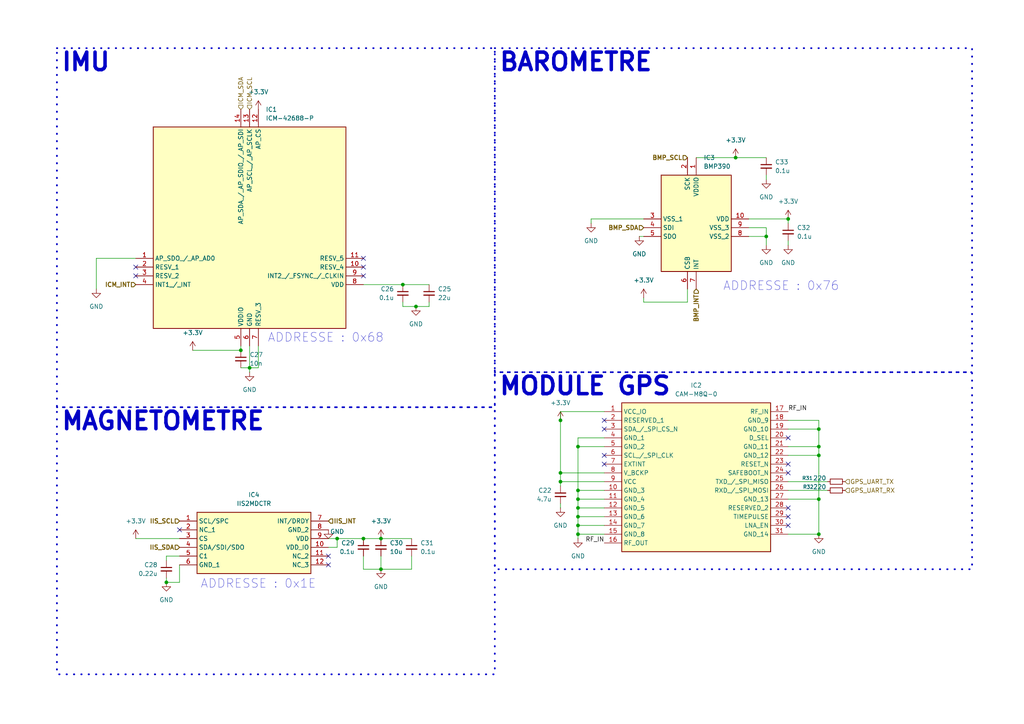
<source format=kicad_sch>
(kicad_sch
	(version 20250114)
	(generator "eeschema")
	(generator_version "9.0")
	(uuid "237f8e3a-7dda-487c-b039-0eb7c9fc59fb")
	(paper "A4")
	(lib_symbols
		(symbol "BMP390:BMP390"
			(exclude_from_sim no)
			(in_bom yes)
			(on_board yes)
			(property "Reference" "IC"
				(at 26.67 17.78 0)
				(effects
					(font
						(size 1.27 1.27)
					)
					(justify left top)
				)
			)
			(property "Value" "BMP390"
				(at 26.67 15.24 0)
				(effects
					(font
						(size 1.27 1.27)
					)
					(justify left top)
				)
			)
			(property "Footprint" "BMP390"
				(at 26.67 -84.76 0)
				(effects
					(font
						(size 1.27 1.27)
					)
					(justify left top)
					(hide yes)
				)
			)
			(property "Datasheet" "https://www.bosch-sensortec.com/media/boschsensortec/downloads/datasheets/bst-bmp390-ds002.pdf"
				(at 26.67 -184.76 0)
				(effects
					(font
						(size 1.27 1.27)
					)
					(justify left top)
					(hide yes)
				)
			)
			(property "Description" "Board Mount Pressure Sensors"
				(at 0 0 0)
				(effects
					(font
						(size 1.27 1.27)
					)
					(hide yes)
				)
			)
			(property "Height" "0.8"
				(at 26.67 -384.76 0)
				(effects
					(font
						(size 1.27 1.27)
					)
					(justify left top)
					(hide yes)
				)
			)
			(property "Mouser Part Number" "262-BMP390"
				(at 26.67 -484.76 0)
				(effects
					(font
						(size 1.27 1.27)
					)
					(justify left top)
					(hide yes)
				)
			)
			(property "Mouser Price/Stock" "https://www.mouser.co.uk/ProductDetail/Bosch-Sensortec/BMP390?qs=QNEnbhJQKvYQVfvRMgo2YA%3D%3D"
				(at 26.67 -584.76 0)
				(effects
					(font
						(size 1.27 1.27)
					)
					(justify left top)
					(hide yes)
				)
			)
			(property "Manufacturer_Name" "BOSCH"
				(at 26.67 -684.76 0)
				(effects
					(font
						(size 1.27 1.27)
					)
					(justify left top)
					(hide yes)
				)
			)
			(property "Manufacturer_Part_Number" "BMP390"
				(at 26.67 -784.76 0)
				(effects
					(font
						(size 1.27 1.27)
					)
					(justify left top)
					(hide yes)
				)
			)
			(symbol "BMP390_1_1"
				(rectangle
					(start 5.08 12.7)
					(end 25.4 -15.24)
					(stroke
						(width 0.254)
						(type default)
					)
					(fill
						(type background)
					)
				)
				(pin passive line
					(at 0 0 0)
					(length 5.08)
					(name "VSS_1"
						(effects
							(font
								(size 1.27 1.27)
							)
						)
					)
					(number "3"
						(effects
							(font
								(size 1.27 1.27)
							)
						)
					)
				)
				(pin passive line
					(at 0 -2.54 0)
					(length 5.08)
					(name "SDI"
						(effects
							(font
								(size 1.27 1.27)
							)
						)
					)
					(number "4"
						(effects
							(font
								(size 1.27 1.27)
							)
						)
					)
				)
				(pin passive line
					(at 0 -5.08 0)
					(length 5.08)
					(name "SDO"
						(effects
							(font
								(size 1.27 1.27)
							)
						)
					)
					(number "5"
						(effects
							(font
								(size 1.27 1.27)
							)
						)
					)
				)
				(pin passive line
					(at 12.7 17.78 270)
					(length 5.08)
					(name "SCK"
						(effects
							(font
								(size 1.27 1.27)
							)
						)
					)
					(number "2"
						(effects
							(font
								(size 1.27 1.27)
							)
						)
					)
				)
				(pin passive line
					(at 12.7 -20.32 90)
					(length 5.08)
					(name "CSB"
						(effects
							(font
								(size 1.27 1.27)
							)
						)
					)
					(number "6"
						(effects
							(font
								(size 1.27 1.27)
							)
						)
					)
				)
				(pin passive line
					(at 15.24 17.78 270)
					(length 5.08)
					(name "VDDIO"
						(effects
							(font
								(size 1.27 1.27)
							)
						)
					)
					(number "1"
						(effects
							(font
								(size 1.27 1.27)
							)
						)
					)
				)
				(pin passive line
					(at 15.24 -20.32 90)
					(length 5.08)
					(name "INT"
						(effects
							(font
								(size 1.27 1.27)
							)
						)
					)
					(number "7"
						(effects
							(font
								(size 1.27 1.27)
							)
						)
					)
				)
				(pin passive line
					(at 30.48 0 180)
					(length 5.08)
					(name "VDD"
						(effects
							(font
								(size 1.27 1.27)
							)
						)
					)
					(number "10"
						(effects
							(font
								(size 1.27 1.27)
							)
						)
					)
				)
				(pin passive line
					(at 30.48 -2.54 180)
					(length 5.08)
					(name "VSS_3"
						(effects
							(font
								(size 1.27 1.27)
							)
						)
					)
					(number "9"
						(effects
							(font
								(size 1.27 1.27)
							)
						)
					)
				)
				(pin passive line
					(at 30.48 -5.08 180)
					(length 5.08)
					(name "VSS_2"
						(effects
							(font
								(size 1.27 1.27)
							)
						)
					)
					(number "8"
						(effects
							(font
								(size 1.27 1.27)
							)
						)
					)
				)
			)
			(embedded_fonts no)
		)
		(symbol "CAM-M8Q-0:CAM-M8Q-0"
			(exclude_from_sim no)
			(in_bom yes)
			(on_board yes)
			(property "Reference" "IC"
				(at 49.53 7.62 0)
				(effects
					(font
						(size 1.27 1.27)
					)
					(justify left top)
				)
			)
			(property "Value" "CAM-M8Q-0"
				(at 49.53 5.08 0)
				(effects
					(font
						(size 1.27 1.27)
					)
					(justify left top)
				)
			)
			(property "Footprint" "CAMM8Q0"
				(at 49.53 -94.92 0)
				(effects
					(font
						(size 1.27 1.27)
					)
					(justify left top)
					(hide yes)
				)
			)
			(property "Datasheet" "https://content.u-blox.com/sites/default/files/CAM-M8-FW3_DataSheet_%28UBX-15031574%29.pdf"
				(at 49.53 -194.92 0)
				(effects
					(font
						(size 1.27 1.27)
					)
					(justify left top)
					(hide yes)
				)
			)
			(property "Description" "CAM-M8 RF Receiver BeiDou, GLONASS, GNSS, GPS, QZSS 1.575GHz -167dBm On-Board, Chip Module"
				(at 0 0 0)
				(effects
					(font
						(size 1.27 1.27)
					)
					(hide yes)
				)
			)
			(property "Height" "2.3"
				(at 49.53 -394.92 0)
				(effects
					(font
						(size 1.27 1.27)
					)
					(justify left top)
					(hide yes)
				)
			)
			(property "Mouser Part Number" "377-CAM-M8Q-0"
				(at 49.53 -494.92 0)
				(effects
					(font
						(size 1.27 1.27)
					)
					(justify left top)
					(hide yes)
				)
			)
			(property "Mouser Price/Stock" "https://www.mouser.co.uk/ProductDetail/u-blox/CAM-M8Q-0?qs=vEM7xhTegWgOVMjXYnonQA%3D%3D"
				(at 49.53 -594.92 0)
				(effects
					(font
						(size 1.27 1.27)
					)
					(justify left top)
					(hide yes)
				)
			)
			(property "Manufacturer_Name" "u-blox"
				(at 49.53 -694.92 0)
				(effects
					(font
						(size 1.27 1.27)
					)
					(justify left top)
					(hide yes)
				)
			)
			(property "Manufacturer_Part_Number" "CAM-M8Q-0"
				(at 49.53 -794.92 0)
				(effects
					(font
						(size 1.27 1.27)
					)
					(justify left top)
					(hide yes)
				)
			)
			(symbol "CAM-M8Q-0_1_1"
				(rectangle
					(start 5.08 2.54)
					(end 48.26 -40.64)
					(stroke
						(width 0.254)
						(type default)
					)
					(fill
						(type background)
					)
				)
				(pin passive line
					(at 0 0 0)
					(length 5.08)
					(name "VCC_IO"
						(effects
							(font
								(size 1.27 1.27)
							)
						)
					)
					(number "1"
						(effects
							(font
								(size 1.27 1.27)
							)
						)
					)
				)
				(pin passive line
					(at 0 -2.54 0)
					(length 5.08)
					(name "RESERVED_1"
						(effects
							(font
								(size 1.27 1.27)
							)
						)
					)
					(number "2"
						(effects
							(font
								(size 1.27 1.27)
							)
						)
					)
				)
				(pin passive line
					(at 0 -5.08 0)
					(length 5.08)
					(name "SDA_/_SPI_CS_N"
						(effects
							(font
								(size 1.27 1.27)
							)
						)
					)
					(number "3"
						(effects
							(font
								(size 1.27 1.27)
							)
						)
					)
				)
				(pin passive line
					(at 0 -7.62 0)
					(length 5.08)
					(name "GND_1"
						(effects
							(font
								(size 1.27 1.27)
							)
						)
					)
					(number "4"
						(effects
							(font
								(size 1.27 1.27)
							)
						)
					)
				)
				(pin passive line
					(at 0 -10.16 0)
					(length 5.08)
					(name "GND_2"
						(effects
							(font
								(size 1.27 1.27)
							)
						)
					)
					(number "5"
						(effects
							(font
								(size 1.27 1.27)
							)
						)
					)
				)
				(pin passive line
					(at 0 -12.7 0)
					(length 5.08)
					(name "SCL_/_SPI_CLK"
						(effects
							(font
								(size 1.27 1.27)
							)
						)
					)
					(number "6"
						(effects
							(font
								(size 1.27 1.27)
							)
						)
					)
				)
				(pin passive line
					(at 0 -15.24 0)
					(length 5.08)
					(name "EXTINT"
						(effects
							(font
								(size 1.27 1.27)
							)
						)
					)
					(number "7"
						(effects
							(font
								(size 1.27 1.27)
							)
						)
					)
				)
				(pin passive line
					(at 0 -17.78 0)
					(length 5.08)
					(name "V_BCKP"
						(effects
							(font
								(size 1.27 1.27)
							)
						)
					)
					(number "8"
						(effects
							(font
								(size 1.27 1.27)
							)
						)
					)
				)
				(pin passive line
					(at 0 -20.32 0)
					(length 5.08)
					(name "VCC"
						(effects
							(font
								(size 1.27 1.27)
							)
						)
					)
					(number "9"
						(effects
							(font
								(size 1.27 1.27)
							)
						)
					)
				)
				(pin passive line
					(at 0 -22.86 0)
					(length 5.08)
					(name "GND_3"
						(effects
							(font
								(size 1.27 1.27)
							)
						)
					)
					(number "10"
						(effects
							(font
								(size 1.27 1.27)
							)
						)
					)
				)
				(pin passive line
					(at 0 -25.4 0)
					(length 5.08)
					(name "GND_4"
						(effects
							(font
								(size 1.27 1.27)
							)
						)
					)
					(number "11"
						(effects
							(font
								(size 1.27 1.27)
							)
						)
					)
				)
				(pin passive line
					(at 0 -27.94 0)
					(length 5.08)
					(name "GND_5"
						(effects
							(font
								(size 1.27 1.27)
							)
						)
					)
					(number "12"
						(effects
							(font
								(size 1.27 1.27)
							)
						)
					)
				)
				(pin passive line
					(at 0 -30.48 0)
					(length 5.08)
					(name "GND_6"
						(effects
							(font
								(size 1.27 1.27)
							)
						)
					)
					(number "13"
						(effects
							(font
								(size 1.27 1.27)
							)
						)
					)
				)
				(pin passive line
					(at 0 -33.02 0)
					(length 5.08)
					(name "GND_7"
						(effects
							(font
								(size 1.27 1.27)
							)
						)
					)
					(number "14"
						(effects
							(font
								(size 1.27 1.27)
							)
						)
					)
				)
				(pin passive line
					(at 0 -35.56 0)
					(length 5.08)
					(name "GND_8"
						(effects
							(font
								(size 1.27 1.27)
							)
						)
					)
					(number "15"
						(effects
							(font
								(size 1.27 1.27)
							)
						)
					)
				)
				(pin passive line
					(at 0 -38.1 0)
					(length 5.08)
					(name "RF_OUT"
						(effects
							(font
								(size 1.27 1.27)
							)
						)
					)
					(number "16"
						(effects
							(font
								(size 1.27 1.27)
							)
						)
					)
				)
				(pin passive line
					(at 53.34 0 180)
					(length 5.08)
					(name "RF_IN"
						(effects
							(font
								(size 1.27 1.27)
							)
						)
					)
					(number "17"
						(effects
							(font
								(size 1.27 1.27)
							)
						)
					)
				)
				(pin passive line
					(at 53.34 -2.54 180)
					(length 5.08)
					(name "GND_9"
						(effects
							(font
								(size 1.27 1.27)
							)
						)
					)
					(number "18"
						(effects
							(font
								(size 1.27 1.27)
							)
						)
					)
				)
				(pin passive line
					(at 53.34 -5.08 180)
					(length 5.08)
					(name "GND_10"
						(effects
							(font
								(size 1.27 1.27)
							)
						)
					)
					(number "19"
						(effects
							(font
								(size 1.27 1.27)
							)
						)
					)
				)
				(pin passive line
					(at 53.34 -7.62 180)
					(length 5.08)
					(name "D_SEL"
						(effects
							(font
								(size 1.27 1.27)
							)
						)
					)
					(number "20"
						(effects
							(font
								(size 1.27 1.27)
							)
						)
					)
				)
				(pin passive line
					(at 53.34 -10.16 180)
					(length 5.08)
					(name "GND_11"
						(effects
							(font
								(size 1.27 1.27)
							)
						)
					)
					(number "21"
						(effects
							(font
								(size 1.27 1.27)
							)
						)
					)
				)
				(pin passive line
					(at 53.34 -12.7 180)
					(length 5.08)
					(name "GND_12"
						(effects
							(font
								(size 1.27 1.27)
							)
						)
					)
					(number "22"
						(effects
							(font
								(size 1.27 1.27)
							)
						)
					)
				)
				(pin passive line
					(at 53.34 -15.24 180)
					(length 5.08)
					(name "RESET_N"
						(effects
							(font
								(size 1.27 1.27)
							)
						)
					)
					(number "23"
						(effects
							(font
								(size 1.27 1.27)
							)
						)
					)
				)
				(pin passive line
					(at 53.34 -17.78 180)
					(length 5.08)
					(name "SAFEBOOT_N"
						(effects
							(font
								(size 1.27 1.27)
							)
						)
					)
					(number "24"
						(effects
							(font
								(size 1.27 1.27)
							)
						)
					)
				)
				(pin passive line
					(at 53.34 -20.32 180)
					(length 5.08)
					(name "TXD_/_SPI_MISO"
						(effects
							(font
								(size 1.27 1.27)
							)
						)
					)
					(number "25"
						(effects
							(font
								(size 1.27 1.27)
							)
						)
					)
				)
				(pin passive line
					(at 53.34 -22.86 180)
					(length 5.08)
					(name "RXD_/_SPI_MOSI"
						(effects
							(font
								(size 1.27 1.27)
							)
						)
					)
					(number "26"
						(effects
							(font
								(size 1.27 1.27)
							)
						)
					)
				)
				(pin passive line
					(at 53.34 -25.4 180)
					(length 5.08)
					(name "GND_13"
						(effects
							(font
								(size 1.27 1.27)
							)
						)
					)
					(number "27"
						(effects
							(font
								(size 1.27 1.27)
							)
						)
					)
				)
				(pin passive line
					(at 53.34 -27.94 180)
					(length 5.08)
					(name "RESERVED_2"
						(effects
							(font
								(size 1.27 1.27)
							)
						)
					)
					(number "28"
						(effects
							(font
								(size 1.27 1.27)
							)
						)
					)
				)
				(pin passive line
					(at 53.34 -30.48 180)
					(length 5.08)
					(name "TIMEPULSE"
						(effects
							(font
								(size 1.27 1.27)
							)
						)
					)
					(number "29"
						(effects
							(font
								(size 1.27 1.27)
							)
						)
					)
				)
				(pin passive line
					(at 53.34 -33.02 180)
					(length 5.08)
					(name "LNA_EN"
						(effects
							(font
								(size 1.27 1.27)
							)
						)
					)
					(number "30"
						(effects
							(font
								(size 1.27 1.27)
							)
						)
					)
				)
				(pin passive line
					(at 53.34 -35.56 180)
					(length 5.08)
					(name "GND_14"
						(effects
							(font
								(size 1.27 1.27)
							)
						)
					)
					(number "31"
						(effects
							(font
								(size 1.27 1.27)
							)
						)
					)
				)
			)
			(embedded_fonts no)
		)
		(symbol "Device:C_Small"
			(pin_numbers
				(hide yes)
			)
			(pin_names
				(offset 0.254)
				(hide yes)
			)
			(exclude_from_sim no)
			(in_bom yes)
			(on_board yes)
			(property "Reference" "C"
				(at 0.254 1.778 0)
				(effects
					(font
						(size 1.27 1.27)
					)
					(justify left)
				)
			)
			(property "Value" "C_Small"
				(at 0.254 -2.032 0)
				(effects
					(font
						(size 1.27 1.27)
					)
					(justify left)
				)
			)
			(property "Footprint" ""
				(at 0 0 0)
				(effects
					(font
						(size 1.27 1.27)
					)
					(hide yes)
				)
			)
			(property "Datasheet" "~"
				(at 0 0 0)
				(effects
					(font
						(size 1.27 1.27)
					)
					(hide yes)
				)
			)
			(property "Description" "Unpolarized capacitor, small symbol"
				(at 0 0 0)
				(effects
					(font
						(size 1.27 1.27)
					)
					(hide yes)
				)
			)
			(property "ki_keywords" "capacitor cap"
				(at 0 0 0)
				(effects
					(font
						(size 1.27 1.27)
					)
					(hide yes)
				)
			)
			(property "ki_fp_filters" "C_*"
				(at 0 0 0)
				(effects
					(font
						(size 1.27 1.27)
					)
					(hide yes)
				)
			)
			(symbol "C_Small_0_1"
				(polyline
					(pts
						(xy -1.524 0.508) (xy 1.524 0.508)
					)
					(stroke
						(width 0.3048)
						(type default)
					)
					(fill
						(type none)
					)
				)
				(polyline
					(pts
						(xy -1.524 -0.508) (xy 1.524 -0.508)
					)
					(stroke
						(width 0.3302)
						(type default)
					)
					(fill
						(type none)
					)
				)
			)
			(symbol "C_Small_1_1"
				(pin passive line
					(at 0 2.54 270)
					(length 2.032)
					(name "~"
						(effects
							(font
								(size 1.27 1.27)
							)
						)
					)
					(number "1"
						(effects
							(font
								(size 1.27 1.27)
							)
						)
					)
				)
				(pin passive line
					(at 0 -2.54 90)
					(length 2.032)
					(name "~"
						(effects
							(font
								(size 1.27 1.27)
							)
						)
					)
					(number "2"
						(effects
							(font
								(size 1.27 1.27)
							)
						)
					)
				)
			)
			(embedded_fonts no)
		)
		(symbol "Device:R_Small"
			(pin_numbers
				(hide yes)
			)
			(pin_names
				(offset 0.254)
				(hide yes)
			)
			(exclude_from_sim no)
			(in_bom yes)
			(on_board yes)
			(property "Reference" "R"
				(at 0 0 90)
				(effects
					(font
						(size 1.016 1.016)
					)
				)
			)
			(property "Value" "R_Small"
				(at 1.778 0 90)
				(effects
					(font
						(size 1.27 1.27)
					)
				)
			)
			(property "Footprint" ""
				(at 0 0 0)
				(effects
					(font
						(size 1.27 1.27)
					)
					(hide yes)
				)
			)
			(property "Datasheet" "~"
				(at 0 0 0)
				(effects
					(font
						(size 1.27 1.27)
					)
					(hide yes)
				)
			)
			(property "Description" "Resistor, small symbol"
				(at 0 0 0)
				(effects
					(font
						(size 1.27 1.27)
					)
					(hide yes)
				)
			)
			(property "ki_keywords" "R resistor"
				(at 0 0 0)
				(effects
					(font
						(size 1.27 1.27)
					)
					(hide yes)
				)
			)
			(property "ki_fp_filters" "R_*"
				(at 0 0 0)
				(effects
					(font
						(size 1.27 1.27)
					)
					(hide yes)
				)
			)
			(symbol "R_Small_0_1"
				(rectangle
					(start -0.762 1.778)
					(end 0.762 -1.778)
					(stroke
						(width 0.2032)
						(type default)
					)
					(fill
						(type none)
					)
				)
			)
			(symbol "R_Small_1_1"
				(pin passive line
					(at 0 2.54 270)
					(length 0.762)
					(name "~"
						(effects
							(font
								(size 1.27 1.27)
							)
						)
					)
					(number "1"
						(effects
							(font
								(size 1.27 1.27)
							)
						)
					)
				)
				(pin passive line
					(at 0 -2.54 90)
					(length 0.762)
					(name "~"
						(effects
							(font
								(size 1.27 1.27)
							)
						)
					)
					(number "2"
						(effects
							(font
								(size 1.27 1.27)
							)
						)
					)
				)
			)
			(embedded_fonts no)
		)
		(symbol "ICM-42688-P:ICM-42688-P"
			(exclude_from_sim no)
			(in_bom yes)
			(on_board yes)
			(property "Reference" "IC"
				(at 62.23 43.18 0)
				(effects
					(font
						(size 1.27 1.27)
					)
					(justify left top)
				)
			)
			(property "Value" "ICM-42688-P"
				(at 62.23 40.64 0)
				(effects
					(font
						(size 1.27 1.27)
					)
					(justify left top)
				)
			)
			(property "Footprint" "IIM42352"
				(at 62.23 -59.36 0)
				(effects
					(font
						(size 1.27 1.27)
					)
					(justify left top)
					(hide yes)
				)
			)
			(property "Datasheet" "https://3cfeqx1hf82y3xcoull08ihx-wpengine.netdna-ssl.com/wp-content/uploads/2021/06/DS-000347-ICM-42688-P-v1.5.pdf"
				(at 62.23 -159.36 0)
				(effects
					(font
						(size 1.27 1.27)
					)
					(justify left top)
					(hide yes)
				)
			)
			(property "Description" "IMU (Inertial Measurement Unit), 6-Axis, Accelerometer, Gyroscope"
				(at 0 0 0)
				(effects
					(font
						(size 1.27 1.27)
					)
					(hide yes)
				)
			)
			(property "Height" ""
				(at 62.23 -359.36 0)
				(effects
					(font
						(size 1.27 1.27)
					)
					(justify left top)
					(hide yes)
				)
			)
			(property "Mouser Part Number" "410-ICM-42688-P"
				(at 62.23 -459.36 0)
				(effects
					(font
						(size 1.27 1.27)
					)
					(justify left top)
					(hide yes)
				)
			)
			(property "Mouser Price/Stock" "https://www.mouser.co.uk/ProductDetail/TDK-InvenSense/ICM-42688-P?qs=OlC7AqGiEDk8QrNAV728zw%3D%3D"
				(at 62.23 -559.36 0)
				(effects
					(font
						(size 1.27 1.27)
					)
					(justify left top)
					(hide yes)
				)
			)
			(property "Manufacturer_Name" "TDK"
				(at 62.23 -659.36 0)
				(effects
					(font
						(size 1.27 1.27)
					)
					(justify left top)
					(hide yes)
				)
			)
			(property "Manufacturer_Part_Number" "ICM-42688-P"
				(at 62.23 -759.36 0)
				(effects
					(font
						(size 1.27 1.27)
					)
					(justify left top)
					(hide yes)
				)
			)
			(symbol "ICM-42688-P_1_1"
				(rectangle
					(start 5.08 38.1)
					(end 60.96 -20.32)
					(stroke
						(width 0.254)
						(type default)
					)
					(fill
						(type background)
					)
				)
				(pin passive line
					(at 0 0 0)
					(length 5.08)
					(name "AP_SDO_/_AP_AD0"
						(effects
							(font
								(size 1.27 1.27)
							)
						)
					)
					(number "1"
						(effects
							(font
								(size 1.27 1.27)
							)
						)
					)
				)
				(pin passive line
					(at 0 -2.54 0)
					(length 5.08)
					(name "RESV_1"
						(effects
							(font
								(size 1.27 1.27)
							)
						)
					)
					(number "2"
						(effects
							(font
								(size 1.27 1.27)
							)
						)
					)
				)
				(pin passive line
					(at 0 -5.08 0)
					(length 5.08)
					(name "RESV_2"
						(effects
							(font
								(size 1.27 1.27)
							)
						)
					)
					(number "3"
						(effects
							(font
								(size 1.27 1.27)
							)
						)
					)
				)
				(pin passive line
					(at 0 -7.62 0)
					(length 5.08)
					(name "INT1_/_INT"
						(effects
							(font
								(size 1.27 1.27)
							)
						)
					)
					(number "4"
						(effects
							(font
								(size 1.27 1.27)
							)
						)
					)
				)
				(pin passive line
					(at 30.48 43.18 270)
					(length 5.08)
					(name "AP_SDA_/_AP_SDIO_/_AP_SDI"
						(effects
							(font
								(size 1.27 1.27)
							)
						)
					)
					(number "14"
						(effects
							(font
								(size 1.27 1.27)
							)
						)
					)
				)
				(pin passive line
					(at 30.48 -25.4 90)
					(length 5.08)
					(name "VDDIO"
						(effects
							(font
								(size 1.27 1.27)
							)
						)
					)
					(number "5"
						(effects
							(font
								(size 1.27 1.27)
							)
						)
					)
				)
				(pin passive line
					(at 33.02 43.18 270)
					(length 5.08)
					(name "AP_SCL_/_AP_SCLK"
						(effects
							(font
								(size 1.27 1.27)
							)
						)
					)
					(number "13"
						(effects
							(font
								(size 1.27 1.27)
							)
						)
					)
				)
				(pin passive line
					(at 33.02 -25.4 90)
					(length 5.08)
					(name "GND"
						(effects
							(font
								(size 1.27 1.27)
							)
						)
					)
					(number "6"
						(effects
							(font
								(size 1.27 1.27)
							)
						)
					)
				)
				(pin passive line
					(at 35.56 43.18 270)
					(length 5.08)
					(name "AP_CS"
						(effects
							(font
								(size 1.27 1.27)
							)
						)
					)
					(number "12"
						(effects
							(font
								(size 1.27 1.27)
							)
						)
					)
				)
				(pin passive line
					(at 35.56 -25.4 90)
					(length 5.08)
					(name "RESV_3"
						(effects
							(font
								(size 1.27 1.27)
							)
						)
					)
					(number "7"
						(effects
							(font
								(size 1.27 1.27)
							)
						)
					)
				)
				(pin passive line
					(at 66.04 0 180)
					(length 5.08)
					(name "RESV_5"
						(effects
							(font
								(size 1.27 1.27)
							)
						)
					)
					(number "11"
						(effects
							(font
								(size 1.27 1.27)
							)
						)
					)
				)
				(pin passive line
					(at 66.04 -2.54 180)
					(length 5.08)
					(name "RESV_4"
						(effects
							(font
								(size 1.27 1.27)
							)
						)
					)
					(number "10"
						(effects
							(font
								(size 1.27 1.27)
							)
						)
					)
				)
				(pin passive line
					(at 66.04 -5.08 180)
					(length 5.08)
					(name "INT2_/_FSYNC_/_CLKIN"
						(effects
							(font
								(size 1.27 1.27)
							)
						)
					)
					(number "9"
						(effects
							(font
								(size 1.27 1.27)
							)
						)
					)
				)
				(pin passive line
					(at 66.04 -7.62 180)
					(length 5.08)
					(name "VDD"
						(effects
							(font
								(size 1.27 1.27)
							)
						)
					)
					(number "8"
						(effects
							(font
								(size 1.27 1.27)
							)
						)
					)
				)
			)
			(embedded_fonts no)
		)
		(symbol "IIS2MDCTR:IIS2MDCTR"
			(exclude_from_sim no)
			(in_bom yes)
			(on_board yes)
			(property "Reference" "IC"
				(at 39.37 7.62 0)
				(effects
					(font
						(size 1.27 1.27)
					)
					(justify left top)
				)
			)
			(property "Value" "IIS2MDCTR"
				(at 39.37 5.08 0)
				(effects
					(font
						(size 1.27 1.27)
					)
					(justify left top)
				)
			)
			(property "Footprint" "IIS2MDCTR"
				(at 39.37 -94.92 0)
				(effects
					(font
						(size 1.27 1.27)
					)
					(justify left top)
					(hide yes)
				)
			)
			(property "Datasheet" "https://www.st.com/resource/en/datasheet/iis2mdc.pdf"
				(at 39.37 -194.92 0)
				(effects
					(font
						(size 1.27 1.27)
					)
					(justify left top)
					(hide yes)
				)
			)
			(property "Description" "STMICROELECTRONICS - IIS2MDCTR - MEMS MODULE, 3-AXIS MAGNETOMETER, LGA-12"
				(at 0 0 0)
				(effects
					(font
						(size 1.27 1.27)
					)
					(hide yes)
				)
			)
			(property "Height" "0.7"
				(at 39.37 -394.92 0)
				(effects
					(font
						(size 1.27 1.27)
					)
					(justify left top)
					(hide yes)
				)
			)
			(property "Mouser Part Number" "511-IIS2MDCTR"
				(at 39.37 -494.92 0)
				(effects
					(font
						(size 1.27 1.27)
					)
					(justify left top)
					(hide yes)
				)
			)
			(property "Mouser Price/Stock" "https://www.mouser.co.uk/ProductDetail/STMicroelectronics/IIS2MDCTR?qs=1mbolxNpo8ems1K%2FRdQzXg%3D%3D"
				(at 39.37 -594.92 0)
				(effects
					(font
						(size 1.27 1.27)
					)
					(justify left top)
					(hide yes)
				)
			)
			(property "Manufacturer_Name" "STMicroelectronics"
				(at 39.37 -694.92 0)
				(effects
					(font
						(size 1.27 1.27)
					)
					(justify left top)
					(hide yes)
				)
			)
			(property "Manufacturer_Part_Number" "IIS2MDCTR"
				(at 39.37 -794.92 0)
				(effects
					(font
						(size 1.27 1.27)
					)
					(justify left top)
					(hide yes)
				)
			)
			(symbol "IIS2MDCTR_1_1"
				(rectangle
					(start 5.08 2.54)
					(end 38.1 -15.24)
					(stroke
						(width 0.254)
						(type default)
					)
					(fill
						(type background)
					)
				)
				(pin passive line
					(at 0 0 0)
					(length 5.08)
					(name "SCL/SPC"
						(effects
							(font
								(size 1.27 1.27)
							)
						)
					)
					(number "1"
						(effects
							(font
								(size 1.27 1.27)
							)
						)
					)
				)
				(pin passive line
					(at 0 -2.54 0)
					(length 5.08)
					(name "NC_1"
						(effects
							(font
								(size 1.27 1.27)
							)
						)
					)
					(number "2"
						(effects
							(font
								(size 1.27 1.27)
							)
						)
					)
				)
				(pin passive line
					(at 0 -5.08 0)
					(length 5.08)
					(name "CS"
						(effects
							(font
								(size 1.27 1.27)
							)
						)
					)
					(number "3"
						(effects
							(font
								(size 1.27 1.27)
							)
						)
					)
				)
				(pin passive line
					(at 0 -7.62 0)
					(length 5.08)
					(name "SDA/SDI/SDO"
						(effects
							(font
								(size 1.27 1.27)
							)
						)
					)
					(number "4"
						(effects
							(font
								(size 1.27 1.27)
							)
						)
					)
				)
				(pin passive line
					(at 0 -10.16 0)
					(length 5.08)
					(name "C1"
						(effects
							(font
								(size 1.27 1.27)
							)
						)
					)
					(number "5"
						(effects
							(font
								(size 1.27 1.27)
							)
						)
					)
				)
				(pin passive line
					(at 0 -12.7 0)
					(length 5.08)
					(name "GND_1"
						(effects
							(font
								(size 1.27 1.27)
							)
						)
					)
					(number "6"
						(effects
							(font
								(size 1.27 1.27)
							)
						)
					)
				)
				(pin passive line
					(at 43.18 0 180)
					(length 5.08)
					(name "INT/DRDY"
						(effects
							(font
								(size 1.27 1.27)
							)
						)
					)
					(number "7"
						(effects
							(font
								(size 1.27 1.27)
							)
						)
					)
				)
				(pin passive line
					(at 43.18 -2.54 180)
					(length 5.08)
					(name "GND_2"
						(effects
							(font
								(size 1.27 1.27)
							)
						)
					)
					(number "8"
						(effects
							(font
								(size 1.27 1.27)
							)
						)
					)
				)
				(pin passive line
					(at 43.18 -5.08 180)
					(length 5.08)
					(name "VDD"
						(effects
							(font
								(size 1.27 1.27)
							)
						)
					)
					(number "9"
						(effects
							(font
								(size 1.27 1.27)
							)
						)
					)
				)
				(pin passive line
					(at 43.18 -7.62 180)
					(length 5.08)
					(name "VDD_IO"
						(effects
							(font
								(size 1.27 1.27)
							)
						)
					)
					(number "10"
						(effects
							(font
								(size 1.27 1.27)
							)
						)
					)
				)
				(pin passive line
					(at 43.18 -10.16 180)
					(length 5.08)
					(name "NC_2"
						(effects
							(font
								(size 1.27 1.27)
							)
						)
					)
					(number "11"
						(effects
							(font
								(size 1.27 1.27)
							)
						)
					)
				)
				(pin passive line
					(at 43.18 -12.7 180)
					(length 5.08)
					(name "NC_3"
						(effects
							(font
								(size 1.27 1.27)
							)
						)
					)
					(number "12"
						(effects
							(font
								(size 1.27 1.27)
							)
						)
					)
				)
			)
			(embedded_fonts no)
		)
		(symbol "power:+3.3V"
			(power)
			(pin_numbers
				(hide yes)
			)
			(pin_names
				(offset 0)
				(hide yes)
			)
			(exclude_from_sim no)
			(in_bom yes)
			(on_board yes)
			(property "Reference" "#PWR"
				(at 0 -3.81 0)
				(effects
					(font
						(size 1.27 1.27)
					)
					(hide yes)
				)
			)
			(property "Value" "+3.3V"
				(at 0 3.556 0)
				(effects
					(font
						(size 1.27 1.27)
					)
				)
			)
			(property "Footprint" ""
				(at 0 0 0)
				(effects
					(font
						(size 1.27 1.27)
					)
					(hide yes)
				)
			)
			(property "Datasheet" ""
				(at 0 0 0)
				(effects
					(font
						(size 1.27 1.27)
					)
					(hide yes)
				)
			)
			(property "Description" "Power symbol creates a global label with name \"+3.3V\""
				(at 0 0 0)
				(effects
					(font
						(size 1.27 1.27)
					)
					(hide yes)
				)
			)
			(property "ki_keywords" "global power"
				(at 0 0 0)
				(effects
					(font
						(size 1.27 1.27)
					)
					(hide yes)
				)
			)
			(symbol "+3.3V_0_1"
				(polyline
					(pts
						(xy -0.762 1.27) (xy 0 2.54)
					)
					(stroke
						(width 0)
						(type default)
					)
					(fill
						(type none)
					)
				)
				(polyline
					(pts
						(xy 0 2.54) (xy 0.762 1.27)
					)
					(stroke
						(width 0)
						(type default)
					)
					(fill
						(type none)
					)
				)
				(polyline
					(pts
						(xy 0 0) (xy 0 2.54)
					)
					(stroke
						(width 0)
						(type default)
					)
					(fill
						(type none)
					)
				)
			)
			(symbol "+3.3V_1_1"
				(pin power_in line
					(at 0 0 90)
					(length 0)
					(name "~"
						(effects
							(font
								(size 1.27 1.27)
							)
						)
					)
					(number "1"
						(effects
							(font
								(size 1.27 1.27)
							)
						)
					)
				)
			)
			(embedded_fonts no)
		)
		(symbol "power:GND"
			(power)
			(pin_numbers
				(hide yes)
			)
			(pin_names
				(offset 0)
				(hide yes)
			)
			(exclude_from_sim no)
			(in_bom yes)
			(on_board yes)
			(property "Reference" "#PWR"
				(at 0 -6.35 0)
				(effects
					(font
						(size 1.27 1.27)
					)
					(hide yes)
				)
			)
			(property "Value" "GND"
				(at 0 -3.81 0)
				(effects
					(font
						(size 1.27 1.27)
					)
				)
			)
			(property "Footprint" ""
				(at 0 0 0)
				(effects
					(font
						(size 1.27 1.27)
					)
					(hide yes)
				)
			)
			(property "Datasheet" ""
				(at 0 0 0)
				(effects
					(font
						(size 1.27 1.27)
					)
					(hide yes)
				)
			)
			(property "Description" "Power symbol creates a global label with name \"GND\" , ground"
				(at 0 0 0)
				(effects
					(font
						(size 1.27 1.27)
					)
					(hide yes)
				)
			)
			(property "ki_keywords" "global power"
				(at 0 0 0)
				(effects
					(font
						(size 1.27 1.27)
					)
					(hide yes)
				)
			)
			(symbol "GND_0_1"
				(polyline
					(pts
						(xy 0 0) (xy 0 -1.27) (xy 1.27 -1.27) (xy 0 -2.54) (xy -1.27 -1.27) (xy 0 -1.27)
					)
					(stroke
						(width 0)
						(type default)
					)
					(fill
						(type none)
					)
				)
			)
			(symbol "GND_1_1"
				(pin power_in line
					(at 0 0 270)
					(length 0)
					(name "~"
						(effects
							(font
								(size 1.27 1.27)
							)
						)
					)
					(number "1"
						(effects
							(font
								(size 1.27 1.27)
							)
						)
					)
				)
			)
			(embedded_fonts no)
		)
	)
	(text "ADDRESSE : 0x76"
		(exclude_from_sim no)
		(at 226.568 83.058 0)
		(effects
			(font
				(size 2.54 2.54)
				(thickness 0.0051)
				(bold yes)
			)
		)
		(uuid "13d8d8d4-1c16-4f9c-8d61-ad934fe0d3c0")
	)
	(text "ADDRESSE : 0x68"
		(exclude_from_sim no)
		(at 94.488 98.044 0)
		(effects
			(font
				(size 2.54 2.54)
				(thickness 0.0051)
				(bold yes)
			)
		)
		(uuid "2f395a0b-890d-4ff8-a750-043c9ecc4e08")
	)
	(text "ADDRESSE : 0x1E"
		(exclude_from_sim no)
		(at 74.93 169.418 0)
		(effects
			(font
				(size 2.54 2.54)
				(thickness 0.0051)
				(bold yes)
			)
		)
		(uuid "a362af7f-4a6e-4c2f-91f8-8417be199280")
	)
	(text_box "MODULE GPS"
		(exclude_from_sim no)
		(at 143.51 107.95 0)
		(size 138.43 57.15)
		(margins 0.9525 0.9525 0.9525 0.9525)
		(stroke
			(width 0.508)
			(type dot)
		)
		(fill
			(type none)
		)
		(effects
			(font
				(size 5.08 5.08)
				(thickness 1.016)
				(bold yes)
			)
			(justify left top)
		)
		(uuid "11f1efd8-a6f8-4ccd-9c4e-0f516c0673c9")
	)
	(text_box "MAGNETOMETRE"
		(exclude_from_sim no)
		(at 16.51 118.11 0)
		(size 127 77.47)
		(margins 0.9525 0.9525 0.9525 0.9525)
		(stroke
			(width 0.508)
			(type dot)
		)
		(fill
			(type none)
		)
		(effects
			(font
				(size 5.08 5.08)
				(thickness 1.016)
				(bold yes)
			)
			(justify left top)
		)
		(uuid "19758778-444d-4fee-bdc4-08a2d3d429d8")
	)
	(text_box "BAROMETRE"
		(exclude_from_sim no)
		(at 143.51 13.97 0)
		(size 138.43 93.98)
		(margins 0.9525 0.9525 0.9525 0.9525)
		(stroke
			(width 0.508)
			(type dot)
		)
		(fill
			(type none)
		)
		(effects
			(font
				(size 5.08 5.08)
				(thickness 1.016)
				(bold yes)
			)
			(justify left top)
		)
		(uuid "3aa71674-c055-4119-9cfb-205312953c3e")
	)
	(text_box "IMU"
		(exclude_from_sim no)
		(at 16.51 13.97 0)
		(size 127 104.14)
		(margins 0.9525 0.9525 0.9525 0.9525)
		(stroke
			(width 0.508)
			(type dot)
		)
		(fill
			(type none)
		)
		(effects
			(font
				(size 5.08 5.08)
				(thickness 1.016)
				(bold yes)
			)
			(justify left top)
		)
		(uuid "aaa18709-c549-446d-84a9-7aa8259ffe02")
	)
	(junction
		(at 237.49 154.94)
		(diameter 0)
		(color 0 0 0 0)
		(uuid "03306fb5-e5c1-4b98-bc1e-a63a07531728")
	)
	(junction
		(at 48.26 168.91)
		(diameter 0)
		(color 0 0 0 0)
		(uuid "05d38346-d09f-4049-963c-dc07abfde6b1")
	)
	(junction
		(at 213.36 45.72)
		(diameter 0)
		(color 0 0 0 0)
		(uuid "0ee2f267-92da-449e-bf66-f7bfb1c6458c")
	)
	(junction
		(at 116.84 82.55)
		(diameter 0)
		(color 0 0 0 0)
		(uuid "13dc428b-6834-46bf-8520-1b0809aab521")
	)
	(junction
		(at 162.56 137.16)
		(diameter 0)
		(color 0 0 0 0)
		(uuid "17a04b03-03a5-46b0-8658-741a95d575b3")
	)
	(junction
		(at 72.39 106.68)
		(diameter 0)
		(color 0 0 0 0)
		(uuid "3373ad1f-1c4c-4fae-a5b8-b154f9a2255e")
	)
	(junction
		(at 167.64 142.24)
		(diameter 0)
		(color 0 0 0 0)
		(uuid "4096556f-a07e-4aba-80cc-574aa4b3d402")
	)
	(junction
		(at 167.64 152.4)
		(diameter 0)
		(color 0 0 0 0)
		(uuid "476215e2-407c-41de-8e37-15cf37647449")
	)
	(junction
		(at 237.49 144.78)
		(diameter 0)
		(color 0 0 0 0)
		(uuid "5519c85b-637f-4e5d-b747-c5f8cd30f5d7")
	)
	(junction
		(at 69.85 101.6)
		(diameter 0)
		(color 0 0 0 0)
		(uuid "55ce8b7d-8d3a-4512-84ac-fc3058874863")
	)
	(junction
		(at 228.6 63.5)
		(diameter 0)
		(color 0 0 0 0)
		(uuid "76a64686-89f9-4b32-aad0-e9f544dcdf76")
	)
	(junction
		(at 167.64 147.32)
		(diameter 0)
		(color 0 0 0 0)
		(uuid "7e730f12-74aa-48de-8ad7-99029ea7fb60")
	)
	(junction
		(at 162.56 121.92)
		(diameter 0)
		(color 0 0 0 0)
		(uuid "81aec476-ea5d-4803-b3a0-57a8b5d5f803")
	)
	(junction
		(at 167.64 129.54)
		(diameter 0)
		(color 0 0 0 0)
		(uuid "83eb5ca6-c901-4803-9163-e6382aab7308")
	)
	(junction
		(at 97.79 156.21)
		(diameter 0)
		(color 0 0 0 0)
		(uuid "85a05e39-5381-4dc9-bbbe-b84e47a44868")
	)
	(junction
		(at 167.64 154.94)
		(diameter 0)
		(color 0 0 0 0)
		(uuid "867cbf5f-57de-4d62-b8e4-c468dbd1914c")
	)
	(junction
		(at 162.56 139.7)
		(diameter 0)
		(color 0 0 0 0)
		(uuid "89d48863-7997-4065-b63a-a9bc232ea12d")
	)
	(junction
		(at 167.64 144.78)
		(diameter 0)
		(color 0 0 0 0)
		(uuid "a42e654b-27a5-40af-b82f-54905de2c1ef")
	)
	(junction
		(at 237.49 124.46)
		(diameter 0)
		(color 0 0 0 0)
		(uuid "b399368a-30ce-4ab6-8e39-de7c30c69d64")
	)
	(junction
		(at 237.49 132.08)
		(diameter 0)
		(color 0 0 0 0)
		(uuid "c145df28-9cf8-46c0-8f06-9fbc51a98c4a")
	)
	(junction
		(at 222.25 68.58)
		(diameter 0)
		(color 0 0 0 0)
		(uuid "c2c151fa-6f6d-4926-853d-74c3c5b37784")
	)
	(junction
		(at 237.49 129.54)
		(diameter 0)
		(color 0 0 0 0)
		(uuid "ccfd79b4-6929-45b3-bed9-86ad7ad73f16")
	)
	(junction
		(at 110.49 165.1)
		(diameter 0)
		(color 0 0 0 0)
		(uuid "d1e8143f-c7bc-4ee9-863f-ac89f2579701")
	)
	(junction
		(at 110.49 156.21)
		(diameter 0)
		(color 0 0 0 0)
		(uuid "ef30dd16-8c9c-4ceb-b069-dc5b9c1b22bc")
	)
	(junction
		(at 105.41 156.21)
		(diameter 0)
		(color 0 0 0 0)
		(uuid "f64ceff6-d577-4284-a6cb-14725b8c3fa8")
	)
	(junction
		(at 167.64 149.86)
		(diameter 0)
		(color 0 0 0 0)
		(uuid "f785f920-4e92-4054-a29e-742e3844f114")
	)
	(junction
		(at 120.65 88.9)
		(diameter 0)
		(color 0 0 0 0)
		(uuid "f840f7e5-76e0-4f3b-a45b-8438bf9acaf1")
	)
	(no_connect
		(at 228.6 149.86)
		(uuid "02db750a-e44b-4e3e-8fc6-47c234a6b204")
	)
	(no_connect
		(at 228.6 147.32)
		(uuid "03a6cb12-5405-4406-aa67-2c427637dbed")
	)
	(no_connect
		(at 105.41 77.47)
		(uuid "03e1bde8-1c72-4c82-b320-68573db6c7a1")
	)
	(no_connect
		(at 95.25 161.29)
		(uuid "0d04d90d-9269-4edb-bfa3-9f0c4b6a9a1b")
	)
	(no_connect
		(at 228.6 152.4)
		(uuid "13cdcd9d-b548-478e-9ef2-a7e583695d60")
	)
	(no_connect
		(at 228.6 134.62)
		(uuid "16ece59d-2138-4e22-b30d-4a777a46579a")
	)
	(no_connect
		(at 52.07 153.67)
		(uuid "23c11c3d-ea49-49fe-a4c7-7ee559c4a47e")
	)
	(no_connect
		(at 95.25 163.83)
		(uuid "3516c899-9f1c-4fef-8cdd-646df8b1db42")
	)
	(no_connect
		(at 39.37 77.47)
		(uuid "3e2a08f5-020d-4546-861e-03b579b3c380")
	)
	(no_connect
		(at 39.37 80.01)
		(uuid "5a6207ad-74eb-4d61-b66f-d30e5694c4f2")
	)
	(no_connect
		(at 228.6 127)
		(uuid "62dba2e2-c367-4f48-971b-35c4558166db")
	)
	(no_connect
		(at 228.6 137.16)
		(uuid "6631b10e-601f-4023-9729-18273a6c8544")
	)
	(no_connect
		(at 175.26 132.08)
		(uuid "95541229-3c07-4125-8d38-2c9314d47bdc")
	)
	(no_connect
		(at 175.26 124.46)
		(uuid "98645fe7-7303-4f61-949a-345855d5a747")
	)
	(no_connect
		(at 105.41 80.01)
		(uuid "a1ccc72c-139f-4802-9b3d-cfcd5efaa915")
	)
	(no_connect
		(at 175.26 134.62)
		(uuid "b55c4aee-01f3-4db8-9d63-794310808132")
	)
	(no_connect
		(at 105.41 74.93)
		(uuid "df149f2b-45cb-4ec2-ac8f-c6c0fe53651d")
	)
	(no_connect
		(at 175.26 121.92)
		(uuid "f49fb0c2-684a-4111-a016-99331407aef5")
	)
	(wire
		(pts
			(xy 167.64 149.86) (xy 167.64 152.4)
		)
		(stroke
			(width 0)
			(type default)
		)
		(uuid "004a6e3e-abe9-4958-a61c-aeb255be6516")
	)
	(wire
		(pts
			(xy 105.41 156.21) (xy 110.49 156.21)
		)
		(stroke
			(width 0)
			(type default)
		)
		(uuid "04086cc0-4d28-4d4d-8f63-2f78b942cd19")
	)
	(wire
		(pts
			(xy 167.64 152.4) (xy 167.64 154.94)
		)
		(stroke
			(width 0)
			(type default)
		)
		(uuid "0d4cfecc-067e-4e92-9140-3e1c1f623a96")
	)
	(wire
		(pts
			(xy 52.07 163.83) (xy 52.07 168.91)
		)
		(stroke
			(width 0)
			(type default)
		)
		(uuid "1026069c-6ed9-47a6-85e6-46999742f60f")
	)
	(wire
		(pts
			(xy 167.64 127) (xy 167.64 129.54)
		)
		(stroke
			(width 0)
			(type default)
		)
		(uuid "1c29b317-0e46-413c-937b-2b17d6feb55c")
	)
	(wire
		(pts
			(xy 228.6 63.5) (xy 228.6 64.77)
		)
		(stroke
			(width 0)
			(type default)
		)
		(uuid "1d7615c5-f18e-4b8b-a46a-582b6e334c52")
	)
	(wire
		(pts
			(xy 48.26 167.64) (xy 48.26 168.91)
		)
		(stroke
			(width 0)
			(type default)
		)
		(uuid "211a7451-909e-4c7f-b8ea-92b5a3f79ebe")
	)
	(wire
		(pts
			(xy 167.64 142.24) (xy 167.64 144.78)
		)
		(stroke
			(width 0)
			(type default)
		)
		(uuid "27ac4fd5-1c8d-44b2-9787-abc8443e59e1")
	)
	(wire
		(pts
			(xy 162.56 119.38) (xy 162.56 121.92)
		)
		(stroke
			(width 0)
			(type default)
		)
		(uuid "2a3bf17e-a766-42c7-90ab-f6459120429b")
	)
	(wire
		(pts
			(xy 222.25 50.8) (xy 222.25 52.07)
		)
		(stroke
			(width 0)
			(type default)
		)
		(uuid "346fe307-b631-4185-9b37-ee5626373c2b")
	)
	(wire
		(pts
			(xy 228.6 69.85) (xy 228.6 71.12)
		)
		(stroke
			(width 0)
			(type default)
		)
		(uuid "36147d31-7b99-47e9-8f47-ef286c63cb7a")
	)
	(wire
		(pts
			(xy 27.94 74.93) (xy 39.37 74.93)
		)
		(stroke
			(width 0)
			(type default)
		)
		(uuid "36e89cc8-0f15-49fd-b7ff-8d131f9cef2d")
	)
	(wire
		(pts
			(xy 52.07 168.91) (xy 48.26 168.91)
		)
		(stroke
			(width 0)
			(type default)
		)
		(uuid "3917a74a-f1e1-45ac-a04f-83d71af458ec")
	)
	(wire
		(pts
			(xy 162.56 137.16) (xy 162.56 139.7)
		)
		(stroke
			(width 0)
			(type default)
		)
		(uuid "3b07abc2-2a13-4d66-b0a4-34bac883c231")
	)
	(wire
		(pts
			(xy 237.49 129.54) (xy 237.49 124.46)
		)
		(stroke
			(width 0)
			(type default)
		)
		(uuid "45636c48-42df-407c-b308-d6166dc34155")
	)
	(wire
		(pts
			(xy 237.49 144.78) (xy 237.49 132.08)
		)
		(stroke
			(width 0)
			(type default)
		)
		(uuid "4edb8de2-7a94-4305-8942-e04bef64d4b7")
	)
	(wire
		(pts
			(xy 167.64 154.94) (xy 175.26 154.94)
		)
		(stroke
			(width 0)
			(type default)
		)
		(uuid "516ad19e-1d8f-489d-965a-dc7417069ef4")
	)
	(wire
		(pts
			(xy 199.39 83.82) (xy 199.39 87.63)
		)
		(stroke
			(width 0)
			(type default)
		)
		(uuid "5b9458be-fbfe-4f75-ab99-78e0bfa3bde1")
	)
	(wire
		(pts
			(xy 228.6 154.94) (xy 237.49 154.94)
		)
		(stroke
			(width 0)
			(type default)
		)
		(uuid "6275c615-679b-438f-af09-634de21c46ad")
	)
	(wire
		(pts
			(xy 124.46 87.63) (xy 124.46 88.9)
		)
		(stroke
			(width 0)
			(type default)
		)
		(uuid "67c081d1-70b2-4644-a731-d353d4908d65")
	)
	(wire
		(pts
			(xy 74.93 106.68) (xy 74.93 100.33)
		)
		(stroke
			(width 0)
			(type default)
		)
		(uuid "683dd3dd-5c3e-4666-847b-1971ddcd6264")
	)
	(wire
		(pts
			(xy 116.84 88.9) (xy 120.65 88.9)
		)
		(stroke
			(width 0)
			(type default)
		)
		(uuid "689e1a97-3d34-48e3-9f4d-fd71d5c7a92f")
	)
	(wire
		(pts
			(xy 105.41 161.29) (xy 105.41 165.1)
		)
		(stroke
			(width 0)
			(type default)
		)
		(uuid "69fb694f-c29a-4dac-b8e0-8902e3910b4f")
	)
	(wire
		(pts
			(xy 55.88 101.6) (xy 69.85 101.6)
		)
		(stroke
			(width 0)
			(type default)
		)
		(uuid "6be58909-993b-4742-8448-8e94a2d7d0d7")
	)
	(wire
		(pts
			(xy 167.64 149.86) (xy 175.26 149.86)
		)
		(stroke
			(width 0)
			(type default)
		)
		(uuid "6c03031d-697d-4352-b41a-af0b076df2d6")
	)
	(wire
		(pts
			(xy 222.25 66.04) (xy 222.25 68.58)
		)
		(stroke
			(width 0)
			(type default)
		)
		(uuid "6dc16eea-b01d-41a3-81e6-efe74a44e472")
	)
	(wire
		(pts
			(xy 186.69 63.5) (xy 171.45 63.5)
		)
		(stroke
			(width 0)
			(type default)
		)
		(uuid "6fccaf50-e00c-4236-9555-5053d2eb1802")
	)
	(wire
		(pts
			(xy 186.69 86.36) (xy 186.69 87.63)
		)
		(stroke
			(width 0)
			(type default)
		)
		(uuid "7151e291-cd33-47f0-89c8-78a6ef087621")
	)
	(wire
		(pts
			(xy 48.26 161.29) (xy 48.26 162.56)
		)
		(stroke
			(width 0)
			(type default)
		)
		(uuid "723559c4-4f47-4c76-bfe7-f7bb6f2d8196")
	)
	(wire
		(pts
			(xy 237.49 121.92) (xy 237.49 124.46)
		)
		(stroke
			(width 0)
			(type default)
		)
		(uuid "7424c1fe-a44c-4b93-9a17-b77102511de4")
	)
	(wire
		(pts
			(xy 119.38 161.29) (xy 119.38 165.1)
		)
		(stroke
			(width 0)
			(type default)
		)
		(uuid "78182321-0a87-4c87-bb63-e895a8c88ab6")
	)
	(wire
		(pts
			(xy 69.85 106.68) (xy 72.39 106.68)
		)
		(stroke
			(width 0)
			(type default)
		)
		(uuid "7f7a79b5-396e-4069-aea3-af4463d7ff06")
	)
	(wire
		(pts
			(xy 228.6 139.7) (xy 240.03 139.7)
		)
		(stroke
			(width 0)
			(type default)
		)
		(uuid "80278361-ebbb-469c-a9b3-c7e55fe984b0")
	)
	(wire
		(pts
			(xy 222.25 68.58) (xy 222.25 71.12)
		)
		(stroke
			(width 0)
			(type default)
		)
		(uuid "81b4bbb1-3c01-4287-b91e-33be86373f57")
	)
	(wire
		(pts
			(xy 52.07 161.29) (xy 48.26 161.29)
		)
		(stroke
			(width 0)
			(type default)
		)
		(uuid "84ce6670-190d-4d6c-ade1-3e60eaba736e")
	)
	(wire
		(pts
			(xy 116.84 82.55) (xy 105.41 82.55)
		)
		(stroke
			(width 0)
			(type default)
		)
		(uuid "86b6cc48-26bc-4558-94dc-6cda4beca001")
	)
	(wire
		(pts
			(xy 116.84 88.9) (xy 116.84 87.63)
		)
		(stroke
			(width 0)
			(type default)
		)
		(uuid "87021d18-8d77-40fd-a93f-7ce515052d95")
	)
	(wire
		(pts
			(xy 237.49 132.08) (xy 237.49 129.54)
		)
		(stroke
			(width 0)
			(type default)
		)
		(uuid "8ac87421-c8c3-433c-8220-02ecfb5e7bf2")
	)
	(wire
		(pts
			(xy 217.17 63.5) (xy 228.6 63.5)
		)
		(stroke
			(width 0)
			(type default)
		)
		(uuid "8d2d2372-df99-4bfe-bdfb-1df97ec98af6")
	)
	(wire
		(pts
			(xy 167.64 129.54) (xy 175.26 129.54)
		)
		(stroke
			(width 0)
			(type default)
		)
		(uuid "911a2eb9-c8ca-47f6-8ba6-f6d06b95b268")
	)
	(wire
		(pts
			(xy 120.65 88.9) (xy 124.46 88.9)
		)
		(stroke
			(width 0)
			(type default)
		)
		(uuid "936332cb-846c-44eb-bec1-973831c24277")
	)
	(wire
		(pts
			(xy 175.26 127) (xy 167.64 127)
		)
		(stroke
			(width 0)
			(type default)
		)
		(uuid "94baaf4e-9273-4a15-b381-31532343d4d4")
	)
	(wire
		(pts
			(xy 167.64 152.4) (xy 175.26 152.4)
		)
		(stroke
			(width 0)
			(type default)
		)
		(uuid "985a8c33-0726-4980-a43d-160bae064a3a")
	)
	(wire
		(pts
			(xy 72.39 107.95) (xy 72.39 106.68)
		)
		(stroke
			(width 0)
			(type default)
		)
		(uuid "998a4313-8cad-4705-8c43-1ed9fc90dece")
	)
	(wire
		(pts
			(xy 175.26 137.16) (xy 162.56 137.16)
		)
		(stroke
			(width 0)
			(type default)
		)
		(uuid "9aca5311-c490-48d0-9cba-4238e33eba18")
	)
	(wire
		(pts
			(xy 228.6 121.92) (xy 237.49 121.92)
		)
		(stroke
			(width 0)
			(type default)
		)
		(uuid "9bc5c4c1-e01a-4a85-ab64-116a92812679")
	)
	(wire
		(pts
			(xy 228.6 144.78) (xy 237.49 144.78)
		)
		(stroke
			(width 0)
			(type default)
		)
		(uuid "a3bbb272-2983-4a65-bdb3-4648bba3f2c1")
	)
	(wire
		(pts
			(xy 95.25 158.75) (xy 97.79 158.75)
		)
		(stroke
			(width 0)
			(type default)
		)
		(uuid "a62c4410-2056-4e88-9fd4-be47d25a4f65")
	)
	(wire
		(pts
			(xy 69.85 100.33) (xy 69.85 101.6)
		)
		(stroke
			(width 0)
			(type default)
		)
		(uuid "a9458d92-0a5c-45ca-86dc-4cb12bee7be4")
	)
	(wire
		(pts
			(xy 175.26 119.38) (xy 162.56 119.38)
		)
		(stroke
			(width 0)
			(type default)
		)
		(uuid "abe5d15f-027f-485e-9f10-d5345d1e2832")
	)
	(wire
		(pts
			(xy 167.64 147.32) (xy 167.64 149.86)
		)
		(stroke
			(width 0)
			(type default)
		)
		(uuid "b33b4151-6be2-476b-8711-17246ef3b724")
	)
	(wire
		(pts
			(xy 237.49 124.46) (xy 228.6 124.46)
		)
		(stroke
			(width 0)
			(type default)
		)
		(uuid "b4716ca6-6f20-4976-82e8-33f6a2ee2085")
	)
	(wire
		(pts
			(xy 162.56 139.7) (xy 175.26 139.7)
		)
		(stroke
			(width 0)
			(type default)
		)
		(uuid "b63d5ee0-4b12-4c40-b2e2-535c2d941ce1")
	)
	(wire
		(pts
			(xy 124.46 82.55) (xy 116.84 82.55)
		)
		(stroke
			(width 0)
			(type default)
		)
		(uuid "b68d1df7-6d33-49f8-88e4-07e311a7a751")
	)
	(wire
		(pts
			(xy 217.17 68.58) (xy 222.25 68.58)
		)
		(stroke
			(width 0)
			(type default)
		)
		(uuid "b70ed6e8-23c0-4bd4-bd2d-0ad7ec673704")
	)
	(wire
		(pts
			(xy 167.64 129.54) (xy 167.64 142.24)
		)
		(stroke
			(width 0)
			(type default)
		)
		(uuid "bbb713ad-d2fb-4153-9e07-c3125e7d3dd2")
	)
	(wire
		(pts
			(xy 217.17 66.04) (xy 222.25 66.04)
		)
		(stroke
			(width 0)
			(type default)
		)
		(uuid "bbef06ff-5722-4584-bfb0-ee153ad5f341")
	)
	(wire
		(pts
			(xy 167.64 154.94) (xy 167.64 156.21)
		)
		(stroke
			(width 0)
			(type default)
		)
		(uuid "bd55f7db-e625-4f55-850b-c1c754350fd2")
	)
	(wire
		(pts
			(xy 27.94 83.82) (xy 27.94 74.93)
		)
		(stroke
			(width 0)
			(type default)
		)
		(uuid "c2171fea-7015-48e3-a0e6-b18cb9d1118e")
	)
	(wire
		(pts
			(xy 228.6 132.08) (xy 237.49 132.08)
		)
		(stroke
			(width 0)
			(type default)
		)
		(uuid "c29d4d15-ab67-4a96-822b-214643eff2b1")
	)
	(wire
		(pts
			(xy 213.36 45.72) (xy 222.25 45.72)
		)
		(stroke
			(width 0)
			(type default)
		)
		(uuid "c55a922f-ff13-4456-96df-4e112e35771f")
	)
	(wire
		(pts
			(xy 201.93 45.72) (xy 213.36 45.72)
		)
		(stroke
			(width 0)
			(type default)
		)
		(uuid "c93a7e9e-5445-427c-884f-b82a00b6a83d")
	)
	(wire
		(pts
			(xy 228.6 129.54) (xy 237.49 129.54)
		)
		(stroke
			(width 0)
			(type default)
		)
		(uuid "c9c343b5-c5b7-4746-9c44-b79fcc305e68")
	)
	(wire
		(pts
			(xy 119.38 165.1) (xy 110.49 165.1)
		)
		(stroke
			(width 0)
			(type default)
		)
		(uuid "ce176908-c348-419a-bc0d-8c7c0879226e")
	)
	(wire
		(pts
			(xy 167.64 144.78) (xy 167.64 147.32)
		)
		(stroke
			(width 0)
			(type default)
		)
		(uuid "d27b1ce0-3cfe-4e08-bfab-842de68edce9")
	)
	(wire
		(pts
			(xy 72.39 106.68) (xy 74.93 106.68)
		)
		(stroke
			(width 0)
			(type default)
		)
		(uuid "d34ec1e1-cb5a-45da-a6a4-51514b769ef0")
	)
	(wire
		(pts
			(xy 228.6 142.24) (xy 240.03 142.24)
		)
		(stroke
			(width 0)
			(type default)
		)
		(uuid "d8e1b326-bfe5-423f-b65e-4bc63c34e8e0")
	)
	(wire
		(pts
			(xy 185.42 68.58) (xy 186.69 68.58)
		)
		(stroke
			(width 0)
			(type default)
		)
		(uuid "d9e07bdc-425b-4347-baa4-b7e60cae6263")
	)
	(wire
		(pts
			(xy 186.69 87.63) (xy 199.39 87.63)
		)
		(stroke
			(width 0)
			(type default)
		)
		(uuid "df1e00f3-946f-43e0-bbdf-fbfebd97c8ff")
	)
	(wire
		(pts
			(xy 167.64 147.32) (xy 175.26 147.32)
		)
		(stroke
			(width 0)
			(type default)
		)
		(uuid "df42ec13-d64a-4c4a-ab94-5b536b27c6fc")
	)
	(wire
		(pts
			(xy 171.45 63.5) (xy 171.45 64.77)
		)
		(stroke
			(width 0)
			(type default)
		)
		(uuid "df9edc7c-0008-4e9e-a624-4705d5a91d51")
	)
	(wire
		(pts
			(xy 175.26 142.24) (xy 167.64 142.24)
		)
		(stroke
			(width 0)
			(type default)
		)
		(uuid "dfa90a1d-e98f-44cc-976a-cbd5fcc8f5ce")
	)
	(wire
		(pts
			(xy 162.56 139.7) (xy 162.56 140.97)
		)
		(stroke
			(width 0)
			(type default)
		)
		(uuid "e0882e2e-d041-4874-b938-3b85b91627ee")
	)
	(wire
		(pts
			(xy 162.56 121.92) (xy 162.56 137.16)
		)
		(stroke
			(width 0)
			(type default)
		)
		(uuid "e184405b-839f-4139-b073-30491505512c")
	)
	(wire
		(pts
			(xy 110.49 165.1) (xy 110.49 161.29)
		)
		(stroke
			(width 0)
			(type default)
		)
		(uuid "e39a9a6d-5500-45a9-924b-7b32a1f9a229")
	)
	(wire
		(pts
			(xy 97.79 158.75) (xy 97.79 156.21)
		)
		(stroke
			(width 0)
			(type default)
		)
		(uuid "e3ecbcc4-4214-4727-a0f5-f0ecb0f5bdc2")
	)
	(wire
		(pts
			(xy 167.64 144.78) (xy 175.26 144.78)
		)
		(stroke
			(width 0)
			(type default)
		)
		(uuid "e561c4ae-908d-4a4c-9b95-23d7b4ab5acd")
	)
	(wire
		(pts
			(xy 95.25 156.21) (xy 97.79 156.21)
		)
		(stroke
			(width 0)
			(type default)
		)
		(uuid "e839cd2f-7601-4b70-bba4-605fcd2f3c71")
	)
	(wire
		(pts
			(xy 72.39 100.33) (xy 72.39 106.68)
		)
		(stroke
			(width 0)
			(type default)
		)
		(uuid "e8e91bf7-58bd-46a6-a898-57f5215d8999")
	)
	(wire
		(pts
			(xy 97.79 156.21) (xy 105.41 156.21)
		)
		(stroke
			(width 0)
			(type default)
		)
		(uuid "eb630039-70c3-4919-8577-f541a430902b")
	)
	(wire
		(pts
			(xy 110.49 156.21) (xy 119.38 156.21)
		)
		(stroke
			(width 0)
			(type default)
		)
		(uuid "ed1cd7f4-f77b-413b-90ed-4246f9f12308")
	)
	(wire
		(pts
			(xy 105.41 165.1) (xy 110.49 165.1)
		)
		(stroke
			(width 0)
			(type default)
		)
		(uuid "efc507f1-7261-4573-aa8e-0a028cda6ec8")
	)
	(wire
		(pts
			(xy 162.56 146.05) (xy 162.56 147.32)
		)
		(stroke
			(width 0)
			(type default)
		)
		(uuid "f473ff0c-c31c-4e9c-bd78-c9bb873ea251")
	)
	(wire
		(pts
			(xy 39.37 156.21) (xy 52.07 156.21)
		)
		(stroke
			(width 0)
			(type default)
		)
		(uuid "f5a2ed86-0367-482c-8e98-46b9c425bc04")
	)
	(wire
		(pts
			(xy 237.49 154.94) (xy 237.49 144.78)
		)
		(stroke
			(width 0)
			(type default)
		)
		(uuid "fc0d4728-3435-415b-9d08-45988f840c6c")
	)
	(label "RF_IN"
		(at 175.26 157.48 180)
		(effects
			(font
				(size 1.27 1.27)
			)
			(justify right bottom)
		)
		(uuid "58fc3af8-55bb-455f-84ed-4712db8a5ca3")
	)
	(label "RF_IN"
		(at 228.6 119.38 0)
		(effects
			(font
				(size 1.27 1.27)
			)
			(justify left bottom)
		)
		(uuid "efacfe71-f910-4178-9a02-842d78666d70")
	)
	(hierarchical_label "IIS_SCL"
		(shape input)
		(at 52.07 151.13 180)
		(effects
			(font
				(size 1.27 1.27)
				(thickness 0.254)
				(bold yes)
			)
			(justify right)
		)
		(uuid "06288d90-7925-4314-b175-64b6fd85be35")
	)
	(hierarchical_label "BMP_INT"
		(shape input)
		(at 201.93 83.82 270)
		(effects
			(font
				(size 1.27 1.27)
				(thickness 0.254)
				(bold yes)
			)
			(justify right)
		)
		(uuid "47f22c14-28e9-4c52-92b9-fb4a7bf6ace3")
	)
	(hierarchical_label "IIS_SDA"
		(shape input)
		(at 52.07 158.75 180)
		(effects
			(font
				(size 1.27 1.27)
				(thickness 0.254)
				(bold yes)
			)
			(justify right)
		)
		(uuid "4f875dc3-95b0-4af3-9c56-6cf0d87487ae")
	)
	(hierarchical_label "BMP_SCL"
		(shape input)
		(at 199.39 45.72 180)
		(effects
			(font
				(size 1.27 1.27)
				(thickness 0.254)
				(bold yes)
			)
			(justify right)
		)
		(uuid "6180d148-7548-4783-8b1a-c752fc472c7a")
	)
	(hierarchical_label "GPS_UART_TX"
		(shape input)
		(at 245.11 139.7 0)
		(effects
			(font
				(size 1.27 1.27)
			)
			(justify left)
		)
		(uuid "6cd4bcfc-7511-4d70-bafc-874e6aaaf92a")
	)
	(hierarchical_label "BMP_SDA"
		(shape input)
		(at 186.69 66.04 180)
		(effects
			(font
				(size 1.27 1.27)
				(thickness 0.254)
				(bold yes)
			)
			(justify right)
		)
		(uuid "7dc84cfc-1e0a-4716-8b99-2d7840d0c024")
	)
	(hierarchical_label "IIS_INT"
		(shape input)
		(at 95.25 151.13 0)
		(effects
			(font
				(size 1.27 1.27)
				(thickness 0.254)
				(bold yes)
			)
			(justify left)
		)
		(uuid "9b4d5c75-6551-4bb0-86cd-1aa037337680")
	)
	(hierarchical_label "ICM_SDA"
		(shape input)
		(at 69.85 31.75 90)
		(effects
			(font
				(size 1.27 1.27)
			)
			(justify left)
		)
		(uuid "a42e2012-df0d-463e-bfb9-8cb96a07cde9")
	)
	(hierarchical_label "GPS_UART_RX"
		(shape input)
		(at 245.11 142.24 0)
		(effects
			(font
				(size 1.27 1.27)
			)
			(justify left)
		)
		(uuid "a8322dcd-316a-4e9b-b3ea-75c17adaba59")
	)
	(hierarchical_label "ICM_SCL"
		(shape input)
		(at 72.39 31.75 90)
		(effects
			(font
				(size 1.27 1.27)
			)
			(justify left)
		)
		(uuid "d67af9bf-41aa-4aea-bb76-f501bc0ea8f5")
	)
	(hierarchical_label "ICM_INT"
		(shape input)
		(at 39.37 82.55 180)
		(effects
			(font
				(size 1.27 1.27)
				(thickness 0.254)
				(bold yes)
			)
			(justify right)
		)
		(uuid "d8614df0-ca9a-4548-8590-f80c78862fa3")
	)
	(symbol
		(lib_id "power:GND")
		(at 95.25 153.67 0)
		(unit 1)
		(exclude_from_sim no)
		(in_bom yes)
		(on_board yes)
		(dnp no)
		(uuid "004ffadc-6196-4a48-ae5d-d686dd5c85cf")
		(property "Reference" "#PWR042"
			(at 95.25 160.02 0)
			(effects
				(font
					(size 1.27 1.27)
				)
				(hide yes)
			)
		)
		(property "Value" "GND"
			(at 97.79 154.178 0)
			(effects
				(font
					(size 1.27 1.27)
				)
			)
		)
		(property "Footprint" ""
			(at 95.25 153.67 0)
			(effects
				(font
					(size 1.27 1.27)
				)
				(hide yes)
			)
		)
		(property "Datasheet" ""
			(at 95.25 153.67 0)
			(effects
				(font
					(size 1.27 1.27)
				)
				(hide yes)
			)
		)
		(property "Description" "Power symbol creates a global label with name \"GND\" , ground"
			(at 95.25 153.67 0)
			(effects
				(font
					(size 1.27 1.27)
				)
				(hide yes)
			)
		)
		(pin "1"
			(uuid "b8937fe8-09a3-4f4b-b560-5a970610a795")
		)
		(instances
			(project "FC_PCB"
				(path "/5dcde9ba-69bc-48ad-8419-ebeb6428a1ae/6462c970-83a6-4a03-a86e-1c8e8da8738a"
					(reference "#PWR042")
					(unit 1)
				)
			)
		)
	)
	(symbol
		(lib_id "Device:C_Small")
		(at 105.41 158.75 0)
		(mirror y)
		(unit 1)
		(exclude_from_sim no)
		(in_bom yes)
		(on_board yes)
		(dnp no)
		(fields_autoplaced yes)
		(uuid "079b8bd9-2fa5-4609-bd53-24680c39bc8c")
		(property "Reference" "C29"
			(at 102.87 157.4862 0)
			(effects
				(font
					(size 1.27 1.27)
				)
				(justify left)
			)
		)
		(property "Value" "0.1u"
			(at 102.87 160.0262 0)
			(effects
				(font
					(size 1.27 1.27)
				)
				(justify left)
			)
		)
		(property "Footprint" "Capacitor_SMD:C_0402_1005Metric"
			(at 105.41 158.75 0)
			(effects
				(font
					(size 1.27 1.27)
				)
				(hide yes)
			)
		)
		(property "Datasheet" "~"
			(at 105.41 158.75 0)
			(effects
				(font
					(size 1.27 1.27)
				)
				(hide yes)
			)
		)
		(property "Description" "Unpolarized capacitor, small symbol"
			(at 105.41 158.75 0)
			(effects
				(font
					(size 1.27 1.27)
				)
				(hide yes)
			)
		)
		(pin "1"
			(uuid "58c3115b-851c-4277-bb07-b827c4957582")
		)
		(pin "2"
			(uuid "12eb6fe0-1a1e-482c-b72b-98c6aef20157")
		)
		(instances
			(project "FC_PCB"
				(path "/5dcde9ba-69bc-48ad-8419-ebeb6428a1ae/6462c970-83a6-4a03-a86e-1c8e8da8738a"
					(reference "C29")
					(unit 1)
				)
			)
		)
	)
	(symbol
		(lib_id "power:+3.3V")
		(at 39.37 156.21 0)
		(unit 1)
		(exclude_from_sim no)
		(in_bom yes)
		(on_board yes)
		(dnp no)
		(fields_autoplaced yes)
		(uuid "0ad177ce-0814-4ad5-a705-1fdb84e30a4d")
		(property "Reference" "#PWR065"
			(at 39.37 160.02 0)
			(effects
				(font
					(size 1.27 1.27)
				)
				(hide yes)
			)
		)
		(property "Value" "+3.3V"
			(at 39.37 151.13 0)
			(effects
				(font
					(size 1.27 1.27)
				)
			)
		)
		(property "Footprint" ""
			(at 39.37 156.21 0)
			(effects
				(font
					(size 1.27 1.27)
				)
				(hide yes)
			)
		)
		(property "Datasheet" ""
			(at 39.37 156.21 0)
			(effects
				(font
					(size 1.27 1.27)
				)
				(hide yes)
			)
		)
		(property "Description" "Power symbol creates a global label with name \"+3.3V\""
			(at 39.37 156.21 0)
			(effects
				(font
					(size 1.27 1.27)
				)
				(hide yes)
			)
		)
		(pin "1"
			(uuid "53862a26-2120-468a-86da-805c37555376")
		)
		(instances
			(project "FC_PCB"
				(path "/5dcde9ba-69bc-48ad-8419-ebeb6428a1ae/6462c970-83a6-4a03-a86e-1c8e8da8738a"
					(reference "#PWR065")
					(unit 1)
				)
			)
		)
	)
	(symbol
		(lib_id "Device:R_Small")
		(at 242.57 142.24 270)
		(unit 1)
		(exclude_from_sim no)
		(in_bom yes)
		(on_board yes)
		(dnp no)
		(uuid "0f978ee2-3147-4d47-8a36-96f957686f41")
		(property "Reference" "R32"
			(at 234.442 141.224 90)
			(effects
				(font
					(size 1.016 1.016)
				)
			)
		)
		(property "Value" "220"
			(at 237.744 141.224 90)
			(effects
				(font
					(size 1.27 1.27)
				)
			)
		)
		(property "Footprint" "Capacitor_SMD:C_0402_1005Metric"
			(at 242.57 142.24 0)
			(effects
				(font
					(size 1.27 1.27)
				)
				(hide yes)
			)
		)
		(property "Datasheet" "~"
			(at 242.57 142.24 0)
			(effects
				(font
					(size 1.27 1.27)
				)
				(hide yes)
			)
		)
		(property "Description" "Resistor, small symbol"
			(at 242.57 142.24 0)
			(effects
				(font
					(size 1.27 1.27)
				)
				(hide yes)
			)
		)
		(pin "1"
			(uuid "a280aa3d-a772-43e3-ac81-1ccaaea641ae")
		)
		(pin "2"
			(uuid "e7296d33-82a0-4ebd-adb5-fb6d85abd059")
		)
		(instances
			(project "FC_PCB"
				(path "/5dcde9ba-69bc-48ad-8419-ebeb6428a1ae/6462c970-83a6-4a03-a86e-1c8e8da8738a"
					(reference "R32")
					(unit 1)
				)
			)
		)
	)
	(symbol
		(lib_id "power:+3.3V")
		(at 213.36 45.72 0)
		(unit 1)
		(exclude_from_sim no)
		(in_bom yes)
		(on_board yes)
		(dnp no)
		(fields_autoplaced yes)
		(uuid "1150a3de-e609-4044-9036-6620d0b49420")
		(property "Reference" "#PWR072"
			(at 213.36 49.53 0)
			(effects
				(font
					(size 1.27 1.27)
				)
				(hide yes)
			)
		)
		(property "Value" "+3.3V"
			(at 213.36 40.64 0)
			(effects
				(font
					(size 1.27 1.27)
				)
			)
		)
		(property "Footprint" ""
			(at 213.36 45.72 0)
			(effects
				(font
					(size 1.27 1.27)
				)
				(hide yes)
			)
		)
		(property "Datasheet" ""
			(at 213.36 45.72 0)
			(effects
				(font
					(size 1.27 1.27)
				)
				(hide yes)
			)
		)
		(property "Description" "Power symbol creates a global label with name \"+3.3V\""
			(at 213.36 45.72 0)
			(effects
				(font
					(size 1.27 1.27)
				)
				(hide yes)
			)
		)
		(pin "1"
			(uuid "4239b467-4d2e-4a2f-bc28-e2dad306fd1f")
		)
		(instances
			(project "FC_PCB"
				(path "/5dcde9ba-69bc-48ad-8419-ebeb6428a1ae/6462c970-83a6-4a03-a86e-1c8e8da8738a"
					(reference "#PWR072")
					(unit 1)
				)
			)
		)
	)
	(symbol
		(lib_id "IIS2MDCTR:IIS2MDCTR")
		(at 52.07 151.13 0)
		(unit 1)
		(exclude_from_sim no)
		(in_bom yes)
		(on_board yes)
		(dnp no)
		(fields_autoplaced yes)
		(uuid "1c5ce762-c928-48f8-8dce-2682439a0ac0")
		(property "Reference" "IC4"
			(at 73.66 143.51 0)
			(effects
				(font
					(size 1.27 1.27)
				)
			)
		)
		(property "Value" "IIS2MDCTR"
			(at 73.66 146.05 0)
			(effects
				(font
					(size 1.27 1.27)
				)
			)
		)
		(property "Footprint" "Library:IIS2MDCTR"
			(at 91.44 246.05 0)
			(effects
				(font
					(size 1.27 1.27)
				)
				(justify left top)
				(hide yes)
			)
		)
		(property "Datasheet" "https://www.st.com/resource/en/datasheet/iis2mdc.pdf"
			(at 91.44 346.05 0)
			(effects
				(font
					(size 1.27 1.27)
				)
				(justify left top)
				(hide yes)
			)
		)
		(property "Description" "STMICROELECTRONICS - IIS2MDCTR - MEMS MODULE, 3-AXIS MAGNETOMETER, LGA-12"
			(at 52.07 151.13 0)
			(effects
				(font
					(size 1.27 1.27)
				)
				(hide yes)
			)
		)
		(property "Height" "0.7"
			(at 91.44 546.05 0)
			(effects
				(font
					(size 1.27 1.27)
				)
				(justify left top)
				(hide yes)
			)
		)
		(property "Mouser Part Number" "511-IIS2MDCTR"
			(at 91.44 646.05 0)
			(effects
				(font
					(size 1.27 1.27)
				)
				(justify left top)
				(hide yes)
			)
		)
		(property "Mouser Price/Stock" "https://www.mouser.co.uk/ProductDetail/STMicroelectronics/IIS2MDCTR?qs=1mbolxNpo8ems1K%2FRdQzXg%3D%3D"
			(at 91.44 746.05 0)
			(effects
				(font
					(size 1.27 1.27)
				)
				(justify left top)
				(hide yes)
			)
		)
		(property "Manufacturer_Name" "STMicroelectronics"
			(at 91.44 846.05 0)
			(effects
				(font
					(size 1.27 1.27)
				)
				(justify left top)
				(hide yes)
			)
		)
		(property "Manufacturer_Part_Number" "IIS2MDCTR"
			(at 91.44 946.05 0)
			(effects
				(font
					(size 1.27 1.27)
				)
				(justify left top)
				(hide yes)
			)
		)
		(pin "4"
			(uuid "4271dbd5-ddfd-48a6-9aab-a94dc31b1a51")
		)
		(pin "3"
			(uuid "56a0c95b-a5e5-4f94-94ce-f0f2601465f7")
		)
		(pin "12"
			(uuid "b6284732-10e8-453a-ba27-eb195e19bd15")
		)
		(pin "7"
			(uuid "e774a118-b7df-4c4b-9411-fa3c24b804b2")
		)
		(pin "5"
			(uuid "3dc4e644-c4ca-4550-8817-32255b0e7b95")
		)
		(pin "1"
			(uuid "6b1951af-e3ba-4f57-8ed1-a598a39ebf66")
		)
		(pin "2"
			(uuid "3b18483e-8154-4577-bc99-964c86ea7980")
		)
		(pin "6"
			(uuid "2edb110d-60f5-4437-8417-fa939e9c0d47")
		)
		(pin "11"
			(uuid "9a9b5362-1b73-4552-947c-1126a34b6083")
		)
		(pin "10"
			(uuid "1b22c837-6bc8-483c-8872-5ae748626e2e")
		)
		(pin "8"
			(uuid "1ee41021-78a6-4f44-9ced-c42670fe2fc8")
		)
		(pin "9"
			(uuid "15e3e171-388d-45d0-bed9-3ed63d0f6041")
		)
		(instances
			(project ""
				(path "/5dcde9ba-69bc-48ad-8419-ebeb6428a1ae/6462c970-83a6-4a03-a86e-1c8e8da8738a"
					(reference "IC4")
					(unit 1)
				)
			)
		)
	)
	(symbol
		(lib_id "Device:C_Small")
		(at 116.84 85.09 0)
		(mirror y)
		(unit 1)
		(exclude_from_sim no)
		(in_bom yes)
		(on_board yes)
		(dnp no)
		(fields_autoplaced yes)
		(uuid "1ceb15e9-f286-4c3d-a1f9-ceb8eb087612")
		(property "Reference" "C26"
			(at 114.3 83.8262 0)
			(effects
				(font
					(size 1.27 1.27)
				)
				(justify left)
			)
		)
		(property "Value" "0.1u"
			(at 114.3 86.3662 0)
			(effects
				(font
					(size 1.27 1.27)
				)
				(justify left)
			)
		)
		(property "Footprint" "Capacitor_SMD:C_0402_1005Metric"
			(at 116.84 85.09 0)
			(effects
				(font
					(size 1.27 1.27)
				)
				(hide yes)
			)
		)
		(property "Datasheet" "~"
			(at 116.84 85.09 0)
			(effects
				(font
					(size 1.27 1.27)
				)
				(hide yes)
			)
		)
		(property "Description" "Unpolarized capacitor, small symbol"
			(at 116.84 85.09 0)
			(effects
				(font
					(size 1.27 1.27)
				)
				(hide yes)
			)
		)
		(pin "1"
			(uuid "8c09085a-7557-4fad-a8dc-0d386062a987")
		)
		(pin "2"
			(uuid "9f2e5dbe-afac-412f-be28-56041f9a60e9")
		)
		(instances
			(project "FC_PCB"
				(path "/5dcde9ba-69bc-48ad-8419-ebeb6428a1ae/6462c970-83a6-4a03-a86e-1c8e8da8738a"
					(reference "C26")
					(unit 1)
				)
			)
		)
	)
	(symbol
		(lib_id "Device:C_Small")
		(at 69.85 104.14 0)
		(unit 1)
		(exclude_from_sim no)
		(in_bom yes)
		(on_board yes)
		(dnp no)
		(fields_autoplaced yes)
		(uuid "2475ceb5-c836-4c40-8020-ff7816e754b6")
		(property "Reference" "C27"
			(at 72.39 102.8762 0)
			(effects
				(font
					(size 1.27 1.27)
				)
				(justify left)
			)
		)
		(property "Value" "10n"
			(at 72.39 105.4162 0)
			(effects
				(font
					(size 1.27 1.27)
				)
				(justify left)
			)
		)
		(property "Footprint" "Capacitor_SMD:C_0402_1005Metric"
			(at 69.85 104.14 0)
			(effects
				(font
					(size 1.27 1.27)
				)
				(hide yes)
			)
		)
		(property "Datasheet" "~"
			(at 69.85 104.14 0)
			(effects
				(font
					(size 1.27 1.27)
				)
				(hide yes)
			)
		)
		(property "Description" "Unpolarized capacitor, small symbol"
			(at 69.85 104.14 0)
			(effects
				(font
					(size 1.27 1.27)
				)
				(hide yes)
			)
		)
		(pin "1"
			(uuid "6ffe7ee8-395d-400e-8e17-6fce5200e8d5")
		)
		(pin "2"
			(uuid "480fe6a6-9d0c-4275-8daa-bc0b1f48ba61")
		)
		(instances
			(project "FC_PCB"
				(path "/5dcde9ba-69bc-48ad-8419-ebeb6428a1ae/6462c970-83a6-4a03-a86e-1c8e8da8738a"
					(reference "C27")
					(unit 1)
				)
			)
		)
	)
	(symbol
		(lib_id "power:GND")
		(at 27.94 83.82 0)
		(unit 1)
		(exclude_from_sim no)
		(in_bom yes)
		(on_board yes)
		(dnp no)
		(fields_autoplaced yes)
		(uuid "263fa840-f7a4-40c1-949f-f3090649641e")
		(property "Reference" "#PWR039"
			(at 27.94 90.17 0)
			(effects
				(font
					(size 1.27 1.27)
				)
				(hide yes)
			)
		)
		(property "Value" "GND"
			(at 27.94 88.9 0)
			(effects
				(font
					(size 1.27 1.27)
				)
			)
		)
		(property "Footprint" ""
			(at 27.94 83.82 0)
			(effects
				(font
					(size 1.27 1.27)
				)
				(hide yes)
			)
		)
		(property "Datasheet" ""
			(at 27.94 83.82 0)
			(effects
				(font
					(size 1.27 1.27)
				)
				(hide yes)
			)
		)
		(property "Description" "Power symbol creates a global label with name \"GND\" , ground"
			(at 27.94 83.82 0)
			(effects
				(font
					(size 1.27 1.27)
				)
				(hide yes)
			)
		)
		(pin "1"
			(uuid "e2b25293-c521-4738-830d-15ea072ae836")
		)
		(instances
			(project "FC_PCB"
				(path "/5dcde9ba-69bc-48ad-8419-ebeb6428a1ae/6462c970-83a6-4a03-a86e-1c8e8da8738a"
					(reference "#PWR039")
					(unit 1)
				)
			)
		)
	)
	(symbol
		(lib_id "Device:C_Small")
		(at 110.49 158.75 0)
		(unit 1)
		(exclude_from_sim no)
		(in_bom yes)
		(on_board yes)
		(dnp no)
		(uuid "3546308b-e61a-44df-b01f-5363e333fa9d")
		(property "Reference" "C30"
			(at 113.03 157.4862 0)
			(effects
				(font
					(size 1.27 1.27)
				)
				(justify left)
			)
		)
		(property "Value" "10u"
			(at 113.03 160.0262 0)
			(effects
				(font
					(size 1.27 1.27)
				)
				(justify left)
			)
		)
		(property "Footprint" "Capacitor_SMD:C_0402_1005Metric"
			(at 110.49 158.75 0)
			(effects
				(font
					(size 1.27 1.27)
				)
				(hide yes)
			)
		)
		(property "Datasheet" "~"
			(at 110.49 158.75 0)
			(effects
				(font
					(size 1.27 1.27)
				)
				(hide yes)
			)
		)
		(property "Description" "Unpolarized capacitor, small symbol"
			(at 110.49 158.75 0)
			(effects
				(font
					(size 1.27 1.27)
				)
				(hide yes)
			)
		)
		(pin "1"
			(uuid "50ce0091-9c31-4cf4-9897-619f8160d83f")
		)
		(pin "2"
			(uuid "05f9dff4-4f54-43ef-99fb-3699a75fc5b0")
		)
		(instances
			(project "FC_PCB"
				(path "/5dcde9ba-69bc-48ad-8419-ebeb6428a1ae/6462c970-83a6-4a03-a86e-1c8e8da8738a"
					(reference "C30")
					(unit 1)
				)
			)
		)
	)
	(symbol
		(lib_id "power:+3.3V")
		(at 186.69 86.36 0)
		(unit 1)
		(exclude_from_sim no)
		(in_bom yes)
		(on_board yes)
		(dnp no)
		(fields_autoplaced yes)
		(uuid "403a62e1-2629-4a1c-a25d-649d9738015b")
		(property "Reference" "#PWR071"
			(at 186.69 90.17 0)
			(effects
				(font
					(size 1.27 1.27)
				)
				(hide yes)
			)
		)
		(property "Value" "+3.3V"
			(at 186.69 81.28 0)
			(effects
				(font
					(size 1.27 1.27)
				)
			)
		)
		(property "Footprint" ""
			(at 186.69 86.36 0)
			(effects
				(font
					(size 1.27 1.27)
				)
				(hide yes)
			)
		)
		(property "Datasheet" ""
			(at 186.69 86.36 0)
			(effects
				(font
					(size 1.27 1.27)
				)
				(hide yes)
			)
		)
		(property "Description" "Power symbol creates a global label with name \"+3.3V\""
			(at 186.69 86.36 0)
			(effects
				(font
					(size 1.27 1.27)
				)
				(hide yes)
			)
		)
		(pin "1"
			(uuid "85802da2-3683-46d9-853d-699c04587798")
		)
		(instances
			(project "FC_PCB"
				(path "/5dcde9ba-69bc-48ad-8419-ebeb6428a1ae/6462c970-83a6-4a03-a86e-1c8e8da8738a"
					(reference "#PWR071")
					(unit 1)
				)
			)
		)
	)
	(symbol
		(lib_id "power:GND")
		(at 222.25 71.12 0)
		(unit 1)
		(exclude_from_sim no)
		(in_bom yes)
		(on_board yes)
		(dnp no)
		(fields_autoplaced yes)
		(uuid "453d0d4c-150b-4efa-aa05-821616de85af")
		(property "Reference" "#PWR044"
			(at 222.25 77.47 0)
			(effects
				(font
					(size 1.27 1.27)
				)
				(hide yes)
			)
		)
		(property "Value" "GND"
			(at 222.25 76.2 0)
			(effects
				(font
					(size 1.27 1.27)
				)
			)
		)
		(property "Footprint" ""
			(at 222.25 71.12 0)
			(effects
				(font
					(size 1.27 1.27)
				)
				(hide yes)
			)
		)
		(property "Datasheet" ""
			(at 222.25 71.12 0)
			(effects
				(font
					(size 1.27 1.27)
				)
				(hide yes)
			)
		)
		(property "Description" "Power symbol creates a global label with name \"GND\" , ground"
			(at 222.25 71.12 0)
			(effects
				(font
					(size 1.27 1.27)
				)
				(hide yes)
			)
		)
		(pin "1"
			(uuid "f8eaac73-aa2d-4133-a95a-822d280cb4d4")
		)
		(instances
			(project "FC_PCB"
				(path "/5dcde9ba-69bc-48ad-8419-ebeb6428a1ae/6462c970-83a6-4a03-a86e-1c8e8da8738a"
					(reference "#PWR044")
					(unit 1)
				)
			)
		)
	)
	(symbol
		(lib_id "power:GND")
		(at 162.56 147.32 0)
		(unit 1)
		(exclude_from_sim no)
		(in_bom yes)
		(on_board yes)
		(dnp no)
		(fields_autoplaced yes)
		(uuid "489d35cc-238e-4069-9d51-8fecd3ac6ca3")
		(property "Reference" "#PWR028"
			(at 162.56 153.67 0)
			(effects
				(font
					(size 1.27 1.27)
				)
				(hide yes)
			)
		)
		(property "Value" "GND"
			(at 162.56 152.4 0)
			(effects
				(font
					(size 1.27 1.27)
				)
			)
		)
		(property "Footprint" ""
			(at 162.56 147.32 0)
			(effects
				(font
					(size 1.27 1.27)
				)
				(hide yes)
			)
		)
		(property "Datasheet" ""
			(at 162.56 147.32 0)
			(effects
				(font
					(size 1.27 1.27)
				)
				(hide yes)
			)
		)
		(property "Description" "Power symbol creates a global label with name \"GND\" , ground"
			(at 162.56 147.32 0)
			(effects
				(font
					(size 1.27 1.27)
				)
				(hide yes)
			)
		)
		(pin "1"
			(uuid "1bbb2445-4d07-488f-af1d-0496970528f2")
		)
		(instances
			(project "FC_PCB"
				(path "/5dcde9ba-69bc-48ad-8419-ebeb6428a1ae/6462c970-83a6-4a03-a86e-1c8e8da8738a"
					(reference "#PWR028")
					(unit 1)
				)
			)
		)
	)
	(symbol
		(lib_id "power:GND")
		(at 228.6 71.12 0)
		(unit 1)
		(exclude_from_sim no)
		(in_bom yes)
		(on_board yes)
		(dnp no)
		(fields_autoplaced yes)
		(uuid "4b5cedf8-5792-43ab-a45f-3221076c6373")
		(property "Reference" "#PWR045"
			(at 228.6 77.47 0)
			(effects
				(font
					(size 1.27 1.27)
				)
				(hide yes)
			)
		)
		(property "Value" "GND"
			(at 228.6 76.2 0)
			(effects
				(font
					(size 1.27 1.27)
				)
			)
		)
		(property "Footprint" ""
			(at 228.6 71.12 0)
			(effects
				(font
					(size 1.27 1.27)
				)
				(hide yes)
			)
		)
		(property "Datasheet" ""
			(at 228.6 71.12 0)
			(effects
				(font
					(size 1.27 1.27)
				)
				(hide yes)
			)
		)
		(property "Description" "Power symbol creates a global label with name \"GND\" , ground"
			(at 228.6 71.12 0)
			(effects
				(font
					(size 1.27 1.27)
				)
				(hide yes)
			)
		)
		(pin "1"
			(uuid "c55b1eec-0ce6-4c99-b1fc-00156214e89d")
		)
		(instances
			(project "FC_PCB"
				(path "/5dcde9ba-69bc-48ad-8419-ebeb6428a1ae/6462c970-83a6-4a03-a86e-1c8e8da8738a"
					(reference "#PWR045")
					(unit 1)
				)
			)
		)
	)
	(symbol
		(lib_id "power:GND")
		(at 167.64 156.21 0)
		(unit 1)
		(exclude_from_sim no)
		(in_bom yes)
		(on_board yes)
		(dnp no)
		(uuid "4c31c028-fc81-4dee-a50c-f0f1ec04c2ab")
		(property "Reference" "#PWR027"
			(at 167.64 162.56 0)
			(effects
				(font
					(size 1.27 1.27)
				)
				(hide yes)
			)
		)
		(property "Value" "GND"
			(at 167.64 161.29 0)
			(effects
				(font
					(size 1.27 1.27)
				)
			)
		)
		(property "Footprint" ""
			(at 167.64 156.21 0)
			(effects
				(font
					(size 1.27 1.27)
				)
				(hide yes)
			)
		)
		(property "Datasheet" ""
			(at 167.64 156.21 0)
			(effects
				(font
					(size 1.27 1.27)
				)
				(hide yes)
			)
		)
		(property "Description" "Power symbol creates a global label with name \"GND\" , ground"
			(at 167.64 156.21 0)
			(effects
				(font
					(size 1.27 1.27)
				)
				(hide yes)
			)
		)
		(pin "1"
			(uuid "896a7054-2383-4fe1-9a57-2abfcf06db3b")
		)
		(instances
			(project "FC_PCB"
				(path "/5dcde9ba-69bc-48ad-8419-ebeb6428a1ae/6462c970-83a6-4a03-a86e-1c8e8da8738a"
					(reference "#PWR027")
					(unit 1)
				)
			)
		)
	)
	(symbol
		(lib_id "power:+3.3V")
		(at 55.88 101.6 0)
		(unit 1)
		(exclude_from_sim no)
		(in_bom yes)
		(on_board yes)
		(dnp no)
		(fields_autoplaced yes)
		(uuid "4f4abbe8-546d-4e48-b8de-3921fcc26e71")
		(property "Reference" "#PWR061"
			(at 55.88 105.41 0)
			(effects
				(font
					(size 1.27 1.27)
				)
				(hide yes)
			)
		)
		(property "Value" "+3.3V"
			(at 55.88 96.52 0)
			(effects
				(font
					(size 1.27 1.27)
				)
			)
		)
		(property "Footprint" ""
			(at 55.88 101.6 0)
			(effects
				(font
					(size 1.27 1.27)
				)
				(hide yes)
			)
		)
		(property "Datasheet" ""
			(at 55.88 101.6 0)
			(effects
				(font
					(size 1.27 1.27)
				)
				(hide yes)
			)
		)
		(property "Description" "Power symbol creates a global label with name \"+3.3V\""
			(at 55.88 101.6 0)
			(effects
				(font
					(size 1.27 1.27)
				)
				(hide yes)
			)
		)
		(pin "1"
			(uuid "5cbd4f6f-a23c-404a-9e81-8bc24d0fbf80")
		)
		(instances
			(project "FC_PCB"
				(path "/5dcde9ba-69bc-48ad-8419-ebeb6428a1ae/6462c970-83a6-4a03-a86e-1c8e8da8738a"
					(reference "#PWR061")
					(unit 1)
				)
			)
		)
	)
	(symbol
		(lib_id "Device:C_Small")
		(at 222.25 48.26 0)
		(unit 1)
		(exclude_from_sim no)
		(in_bom yes)
		(on_board yes)
		(dnp no)
		(uuid "5561fba1-f518-45b2-bdc9-2019fce8574f")
		(property "Reference" "C33"
			(at 224.79 46.9962 0)
			(effects
				(font
					(size 1.27 1.27)
				)
				(justify left)
			)
		)
		(property "Value" "0.1u"
			(at 224.79 49.5362 0)
			(effects
				(font
					(size 1.27 1.27)
				)
				(justify left)
			)
		)
		(property "Footprint" "Capacitor_SMD:C_0402_1005Metric"
			(at 222.25 48.26 0)
			(effects
				(font
					(size 1.27 1.27)
				)
				(hide yes)
			)
		)
		(property "Datasheet" "~"
			(at 222.25 48.26 0)
			(effects
				(font
					(size 1.27 1.27)
				)
				(hide yes)
			)
		)
		(property "Description" "Unpolarized capacitor, small symbol"
			(at 222.25 48.26 0)
			(effects
				(font
					(size 1.27 1.27)
				)
				(hide yes)
			)
		)
		(pin "1"
			(uuid "c8da2055-98fa-47b7-a612-0fca8065373e")
		)
		(pin "2"
			(uuid "29d19cc7-c32d-4648-b475-cc786efe6509")
		)
		(instances
			(project "FC_PCB"
				(path "/5dcde9ba-69bc-48ad-8419-ebeb6428a1ae/6462c970-83a6-4a03-a86e-1c8e8da8738a"
					(reference "C33")
					(unit 1)
				)
			)
		)
	)
	(symbol
		(lib_id "Device:C_Small")
		(at 228.6 67.31 0)
		(unit 1)
		(exclude_from_sim no)
		(in_bom yes)
		(on_board yes)
		(dnp no)
		(uuid "58812d0f-0801-4866-86cc-52105347ecf9")
		(property "Reference" "C32"
			(at 231.14 66.0462 0)
			(effects
				(font
					(size 1.27 1.27)
				)
				(justify left)
			)
		)
		(property "Value" "0.1u"
			(at 231.14 68.5862 0)
			(effects
				(font
					(size 1.27 1.27)
				)
				(justify left)
			)
		)
		(property "Footprint" "Capacitor_SMD:C_0402_1005Metric"
			(at 228.6 67.31 0)
			(effects
				(font
					(size 1.27 1.27)
				)
				(hide yes)
			)
		)
		(property "Datasheet" "~"
			(at 228.6 67.31 0)
			(effects
				(font
					(size 1.27 1.27)
				)
				(hide yes)
			)
		)
		(property "Description" "Unpolarized capacitor, small symbol"
			(at 228.6 67.31 0)
			(effects
				(font
					(size 1.27 1.27)
				)
				(hide yes)
			)
		)
		(pin "1"
			(uuid "b323692a-0322-4756-8fe8-9b428208f262")
		)
		(pin "2"
			(uuid "9a86bad3-abbd-489e-8f7f-6791dd5714b0")
		)
		(instances
			(project "FC_PCB"
				(path "/5dcde9ba-69bc-48ad-8419-ebeb6428a1ae/6462c970-83a6-4a03-a86e-1c8e8da8738a"
					(reference "C32")
					(unit 1)
				)
			)
		)
	)
	(symbol
		(lib_id "CAM-M8Q-0:CAM-M8Q-0")
		(at 175.26 119.38 0)
		(unit 1)
		(exclude_from_sim no)
		(in_bom yes)
		(on_board yes)
		(dnp no)
		(fields_autoplaced yes)
		(uuid "67835954-64a3-4d61-9e6e-856565a17e76")
		(property "Reference" "IC2"
			(at 201.93 111.76 0)
			(effects
				(font
					(size 1.27 1.27)
				)
			)
		)
		(property "Value" "CAM-M8Q-0"
			(at 201.93 114.3 0)
			(effects
				(font
					(size 1.27 1.27)
				)
			)
		)
		(property "Footprint" "Library:CAMM8Q0"
			(at 224.79 214.3 0)
			(effects
				(font
					(size 1.27 1.27)
				)
				(justify left top)
				(hide yes)
			)
		)
		(property "Datasheet" "https://content.u-blox.com/sites/default/files/CAM-M8-FW3_DataSheet_%28UBX-15031574%29.pdf"
			(at 224.79 314.3 0)
			(effects
				(font
					(size 1.27 1.27)
				)
				(justify left top)
				(hide yes)
			)
		)
		(property "Description" "CAM-M8 RF Receiver BeiDou, GLONASS, GNSS, GPS, QZSS 1.575GHz -167dBm On-Board, Chip Module"
			(at 175.26 119.38 0)
			(effects
				(font
					(size 1.27 1.27)
				)
				(hide yes)
			)
		)
		(property "Height" "2.3"
			(at 224.79 514.3 0)
			(effects
				(font
					(size 1.27 1.27)
				)
				(justify left top)
				(hide yes)
			)
		)
		(property "Mouser Part Number" "377-CAM-M8Q-0"
			(at 224.79 614.3 0)
			(effects
				(font
					(size 1.27 1.27)
				)
				(justify left top)
				(hide yes)
			)
		)
		(property "Mouser Price/Stock" "https://www.mouser.co.uk/ProductDetail/u-blox/CAM-M8Q-0?qs=vEM7xhTegWgOVMjXYnonQA%3D%3D"
			(at 224.79 714.3 0)
			(effects
				(font
					(size 1.27 1.27)
				)
				(justify left top)
				(hide yes)
			)
		)
		(property "Manufacturer_Name" "u-blox"
			(at 224.79 814.3 0)
			(effects
				(font
					(size 1.27 1.27)
				)
				(justify left top)
				(hide yes)
			)
		)
		(property "Manufacturer_Part_Number" "CAM-M8Q-0"
			(at 224.79 914.3 0)
			(effects
				(font
					(size 1.27 1.27)
				)
				(justify left top)
				(hide yes)
			)
		)
		(pin "16"
			(uuid "5e09567e-2cf1-45b0-a2dd-32e466ad792b")
		)
		(pin "14"
			(uuid "7e8a12a5-c57e-4662-a86c-424782e3a67a")
		)
		(pin "5"
			(uuid "b9d59af3-3ac6-4625-95a9-7441f5c1daae")
		)
		(pin "15"
			(uuid "0cd5141e-af6c-4c16-bdc5-b46798d68893")
		)
		(pin "6"
			(uuid "c9fe237b-ca5e-4a65-b5ef-821a52d5e127")
		)
		(pin "8"
			(uuid "4e5d71cc-0ff9-4aa1-bb9c-2d0ba320059c")
		)
		(pin "9"
			(uuid "5f16b681-0072-4d7a-9b4d-2788fcd3ebc4")
		)
		(pin "11"
			(uuid "5c82fbf9-2717-4b36-9ad5-e57c95dccbfb")
		)
		(pin "7"
			(uuid "34b6917d-e7c3-4949-b1df-176256e41e13")
		)
		(pin "12"
			(uuid "c4879892-901c-43bc-a29f-1169a7bcca72")
		)
		(pin "13"
			(uuid "999f618f-6b09-4057-a064-1791a7d74960")
		)
		(pin "10"
			(uuid "fa6c0bd4-5b6e-4441-9cbb-ecf6e4eb4e7e")
		)
		(pin "4"
			(uuid "491f3939-b1c5-43a1-aade-7d4c707256cc")
		)
		(pin "29"
			(uuid "79430513-c4d6-4c9a-8903-6f562838af3b")
		)
		(pin "31"
			(uuid "15d3c9d2-8358-40e0-b7f2-8b45f62a683c")
		)
		(pin "30"
			(uuid "35764999-c405-4911-9c16-b6ae378ad80c")
		)
		(pin "1"
			(uuid "8a1218c4-27ef-453a-9b53-8295f220fbd5")
		)
		(pin "2"
			(uuid "31903f29-2a69-48b9-baed-41ae4ec9ec28")
		)
		(pin "3"
			(uuid "246020ce-e11c-4999-bad0-e1cc8b49352a")
		)
		(pin "17"
			(uuid "72aa0bd3-610b-4700-8ec8-71445e9c5e18")
		)
		(pin "28"
			(uuid "7a349b9f-3db7-48a7-a754-11e5646fac1e")
		)
		(pin "19"
			(uuid "7a82bbfd-fa68-469f-9fa1-07b0d5b0054e")
		)
		(pin "22"
			(uuid "2b6c9bee-afca-4f7e-9074-07b25685d69a")
		)
		(pin "23"
			(uuid "1ab63c17-05d8-41ed-a274-7213f9c5386f")
		)
		(pin "18"
			(uuid "18b0feb0-bfd5-4dc9-b724-c74a1db12a43")
		)
		(pin "20"
			(uuid "f40600b5-5286-40ce-a27b-21b271f8abaa")
		)
		(pin "27"
			(uuid "a3a6e593-51dd-4b27-82b1-30bdb1b44b3e")
		)
		(pin "24"
			(uuid "040f40fe-cd30-40af-b15b-d4e6c257365c")
		)
		(pin "25"
			(uuid "7c0cab13-1c49-4bc9-9bfd-7c3df62babb7")
		)
		(pin "21"
			(uuid "bac4ff41-87d8-4657-937d-00b8461e8666")
		)
		(pin "26"
			(uuid "68aff39c-def1-4f4a-bca9-8954a0195b86")
		)
		(instances
			(project "FC_PCB"
				(path "/5dcde9ba-69bc-48ad-8419-ebeb6428a1ae/6462c970-83a6-4a03-a86e-1c8e8da8738a"
					(reference "IC2")
					(unit 1)
				)
			)
		)
	)
	(symbol
		(lib_id "Device:C_Small")
		(at 119.38 158.75 0)
		(unit 1)
		(exclude_from_sim no)
		(in_bom yes)
		(on_board yes)
		(dnp no)
		(uuid "6e5f4bfe-9f60-48bb-b67f-39f9f2580afc")
		(property "Reference" "C31"
			(at 121.92 157.4862 0)
			(effects
				(font
					(size 1.27 1.27)
				)
				(justify left)
			)
		)
		(property "Value" "0.1u"
			(at 121.92 160.0262 0)
			(effects
				(font
					(size 1.27 1.27)
				)
				(justify left)
			)
		)
		(property "Footprint" "Capacitor_SMD:C_0402_1005Metric"
			(at 119.38 158.75 0)
			(effects
				(font
					(size 1.27 1.27)
				)
				(hide yes)
			)
		)
		(property "Datasheet" "~"
			(at 119.38 158.75 0)
			(effects
				(font
					(size 1.27 1.27)
				)
				(hide yes)
			)
		)
		(property "Description" "Unpolarized capacitor, small symbol"
			(at 119.38 158.75 0)
			(effects
				(font
					(size 1.27 1.27)
				)
				(hide yes)
			)
		)
		(pin "1"
			(uuid "1fbd6c4a-a63e-4b29-8153-3bc0fd684cc2")
		)
		(pin "2"
			(uuid "78c0fc75-337b-40ac-a5ac-424c9ef59ed0")
		)
		(instances
			(project "FC_PCB"
				(path "/5dcde9ba-69bc-48ad-8419-ebeb6428a1ae/6462c970-83a6-4a03-a86e-1c8e8da8738a"
					(reference "C31")
					(unit 1)
				)
			)
		)
	)
	(symbol
		(lib_id "power:+3.3V")
		(at 162.56 121.92 0)
		(unit 1)
		(exclude_from_sim no)
		(in_bom yes)
		(on_board yes)
		(dnp no)
		(fields_autoplaced yes)
		(uuid "6efba5e3-5bd7-4e59-83f1-caf323145dca")
		(property "Reference" "#PWR070"
			(at 162.56 125.73 0)
			(effects
				(font
					(size 1.27 1.27)
				)
				(hide yes)
			)
		)
		(property "Value" "+3.3V"
			(at 162.56 116.84 0)
			(effects
				(font
					(size 1.27 1.27)
				)
			)
		)
		(property "Footprint" ""
			(at 162.56 121.92 0)
			(effects
				(font
					(size 1.27 1.27)
				)
				(hide yes)
			)
		)
		(property "Datasheet" ""
			(at 162.56 121.92 0)
			(effects
				(font
					(size 1.27 1.27)
				)
				(hide yes)
			)
		)
		(property "Description" "Power symbol creates a global label with name \"+3.3V\""
			(at 162.56 121.92 0)
			(effects
				(font
					(size 1.27 1.27)
				)
				(hide yes)
			)
		)
		(pin "1"
			(uuid "497348cc-3163-4dc5-8e7f-799fe2084833")
		)
		(instances
			(project "FC_PCB"
				(path "/5dcde9ba-69bc-48ad-8419-ebeb6428a1ae/6462c970-83a6-4a03-a86e-1c8e8da8738a"
					(reference "#PWR070")
					(unit 1)
				)
			)
		)
	)
	(symbol
		(lib_id "power:+3.3V")
		(at 228.6 63.5 0)
		(unit 1)
		(exclude_from_sim no)
		(in_bom yes)
		(on_board yes)
		(dnp no)
		(fields_autoplaced yes)
		(uuid "73d84f33-911f-42ac-850c-26bc1444af38")
		(property "Reference" "#PWR073"
			(at 228.6 67.31 0)
			(effects
				(font
					(size 1.27 1.27)
				)
				(hide yes)
			)
		)
		(property "Value" "+3.3V"
			(at 228.6 58.42 0)
			(effects
				(font
					(size 1.27 1.27)
				)
			)
		)
		(property "Footprint" ""
			(at 228.6 63.5 0)
			(effects
				(font
					(size 1.27 1.27)
				)
				(hide yes)
			)
		)
		(property "Datasheet" ""
			(at 228.6 63.5 0)
			(effects
				(font
					(size 1.27 1.27)
				)
				(hide yes)
			)
		)
		(property "Description" "Power symbol creates a global label with name \"+3.3V\""
			(at 228.6 63.5 0)
			(effects
				(font
					(size 1.27 1.27)
				)
				(hide yes)
			)
		)
		(pin "1"
			(uuid "11d3fb7f-e82c-4f8f-af7d-104d2492171c")
		)
		(instances
			(project "FC_PCB"
				(path "/5dcde9ba-69bc-48ad-8419-ebeb6428a1ae/6462c970-83a6-4a03-a86e-1c8e8da8738a"
					(reference "#PWR073")
					(unit 1)
				)
			)
		)
	)
	(symbol
		(lib_id "Device:C_Small")
		(at 48.26 165.1 0)
		(unit 1)
		(exclude_from_sim no)
		(in_bom yes)
		(on_board yes)
		(dnp no)
		(uuid "7c06bcfd-bc47-4958-b47e-9f1ae930c295")
		(property "Reference" "C28"
			(at 45.72 163.8362 0)
			(effects
				(font
					(size 1.27 1.27)
				)
				(justify right)
			)
		)
		(property "Value" "0.22u"
			(at 45.72 166.3762 0)
			(effects
				(font
					(size 1.27 1.27)
				)
				(justify right)
			)
		)
		(property "Footprint" "Capacitor_SMD:C_0402_1005Metric"
			(at 48.26 165.1 0)
			(effects
				(font
					(size 1.27 1.27)
				)
				(hide yes)
			)
		)
		(property "Datasheet" "~"
			(at 48.26 165.1 0)
			(effects
				(font
					(size 1.27 1.27)
				)
				(hide yes)
			)
		)
		(property "Description" "Unpolarized capacitor, small symbol"
			(at 48.26 165.1 0)
			(effects
				(font
					(size 1.27 1.27)
				)
				(hide yes)
			)
		)
		(pin "1"
			(uuid "324ae9ac-ef15-4c7b-9850-c3c8acd8316f")
		)
		(pin "2"
			(uuid "d0696107-c5fc-4707-923a-1a0678a87e3f")
		)
		(instances
			(project "FC_PCB"
				(path "/5dcde9ba-69bc-48ad-8419-ebeb6428a1ae/6462c970-83a6-4a03-a86e-1c8e8da8738a"
					(reference "C28")
					(unit 1)
				)
			)
		)
	)
	(symbol
		(lib_id "power:GND")
		(at 72.39 107.95 0)
		(unit 1)
		(exclude_from_sim no)
		(in_bom yes)
		(on_board yes)
		(dnp no)
		(fields_autoplaced yes)
		(uuid "81194733-0691-406e-9daa-924902ec20d0")
		(property "Reference" "#PWR037"
			(at 72.39 114.3 0)
			(effects
				(font
					(size 1.27 1.27)
				)
				(hide yes)
			)
		)
		(property "Value" "GND"
			(at 72.39 113.03 0)
			(effects
				(font
					(size 1.27 1.27)
				)
			)
		)
		(property "Footprint" ""
			(at 72.39 107.95 0)
			(effects
				(font
					(size 1.27 1.27)
				)
				(hide yes)
			)
		)
		(property "Datasheet" ""
			(at 72.39 107.95 0)
			(effects
				(font
					(size 1.27 1.27)
				)
				(hide yes)
			)
		)
		(property "Description" "Power symbol creates a global label with name \"GND\" , ground"
			(at 72.39 107.95 0)
			(effects
				(font
					(size 1.27 1.27)
				)
				(hide yes)
			)
		)
		(pin "1"
			(uuid "bd6b1709-99a1-43d2-8395-7713369fd81b")
		)
		(instances
			(project "FC_PCB"
				(path "/5dcde9ba-69bc-48ad-8419-ebeb6428a1ae/6462c970-83a6-4a03-a86e-1c8e8da8738a"
					(reference "#PWR037")
					(unit 1)
				)
			)
		)
	)
	(symbol
		(lib_id "power:GND")
		(at 110.49 165.1 0)
		(unit 1)
		(exclude_from_sim no)
		(in_bom yes)
		(on_board yes)
		(dnp no)
		(fields_autoplaced yes)
		(uuid "8b3ec80f-c50e-4b84-93e4-7084538929b9")
		(property "Reference" "#PWR041"
			(at 110.49 171.45 0)
			(effects
				(font
					(size 1.27 1.27)
				)
				(hide yes)
			)
		)
		(property "Value" "GND"
			(at 110.49 170.18 0)
			(effects
				(font
					(size 1.27 1.27)
				)
			)
		)
		(property "Footprint" ""
			(at 110.49 165.1 0)
			(effects
				(font
					(size 1.27 1.27)
				)
				(hide yes)
			)
		)
		(property "Datasheet" ""
			(at 110.49 165.1 0)
			(effects
				(font
					(size 1.27 1.27)
				)
				(hide yes)
			)
		)
		(property "Description" "Power symbol creates a global label with name \"GND\" , ground"
			(at 110.49 165.1 0)
			(effects
				(font
					(size 1.27 1.27)
				)
				(hide yes)
			)
		)
		(pin "1"
			(uuid "754a80aa-2fe1-4556-be3f-f1b47ada048c")
		)
		(instances
			(project "FC_PCB"
				(path "/5dcde9ba-69bc-48ad-8419-ebeb6428a1ae/6462c970-83a6-4a03-a86e-1c8e8da8738a"
					(reference "#PWR041")
					(unit 1)
				)
			)
		)
	)
	(symbol
		(lib_id "power:GND")
		(at 120.65 88.9 0)
		(unit 1)
		(exclude_from_sim no)
		(in_bom yes)
		(on_board yes)
		(dnp no)
		(fields_autoplaced yes)
		(uuid "97d2f47e-6572-4fda-a028-95239ac32de7")
		(property "Reference" "#PWR038"
			(at 120.65 95.25 0)
			(effects
				(font
					(size 1.27 1.27)
				)
				(hide yes)
			)
		)
		(property "Value" "GND"
			(at 120.65 93.98 0)
			(effects
				(font
					(size 1.27 1.27)
				)
			)
		)
		(property "Footprint" ""
			(at 120.65 88.9 0)
			(effects
				(font
					(size 1.27 1.27)
				)
				(hide yes)
			)
		)
		(property "Datasheet" ""
			(at 120.65 88.9 0)
			(effects
				(font
					(size 1.27 1.27)
				)
				(hide yes)
			)
		)
		(property "Description" "Power symbol creates a global label with name \"GND\" , ground"
			(at 120.65 88.9 0)
			(effects
				(font
					(size 1.27 1.27)
				)
				(hide yes)
			)
		)
		(pin "1"
			(uuid "94eb4ade-07a4-4cc0-938f-5c791d916096")
		)
		(instances
			(project "FC_PCB"
				(path "/5dcde9ba-69bc-48ad-8419-ebeb6428a1ae/6462c970-83a6-4a03-a86e-1c8e8da8738a"
					(reference "#PWR038")
					(unit 1)
				)
			)
		)
	)
	(symbol
		(lib_id "power:GND")
		(at 237.49 154.94 0)
		(unit 1)
		(exclude_from_sim no)
		(in_bom yes)
		(on_board yes)
		(dnp no)
		(uuid "99f1303a-098c-461e-94da-2b6f83a29bb7")
		(property "Reference" "#PWR07"
			(at 237.49 161.29 0)
			(effects
				(font
					(size 1.27 1.27)
				)
				(hide yes)
			)
		)
		(property "Value" "GND"
			(at 237.49 160.02 0)
			(effects
				(font
					(size 1.27 1.27)
				)
			)
		)
		(property "Footprint" ""
			(at 237.49 154.94 0)
			(effects
				(font
					(size 1.27 1.27)
				)
				(hide yes)
			)
		)
		(property "Datasheet" ""
			(at 237.49 154.94 0)
			(effects
				(font
					(size 1.27 1.27)
				)
				(hide yes)
			)
		)
		(property "Description" "Power symbol creates a global label with name \"GND\" , ground"
			(at 237.49 154.94 0)
			(effects
				(font
					(size 1.27 1.27)
				)
				(hide yes)
			)
		)
		(pin "1"
			(uuid "8a5fa47b-e7f5-4b39-94bb-dc58aca33094")
		)
		(instances
			(project "FC_PCB"
				(path "/5dcde9ba-69bc-48ad-8419-ebeb6428a1ae/6462c970-83a6-4a03-a86e-1c8e8da8738a"
					(reference "#PWR07")
					(unit 1)
				)
			)
		)
	)
	(symbol
		(lib_id "power:GND")
		(at 171.45 64.77 0)
		(unit 1)
		(exclude_from_sim no)
		(in_bom yes)
		(on_board yes)
		(dnp no)
		(fields_autoplaced yes)
		(uuid "a5807b8b-c254-43a5-8611-5f69e404cb36")
		(property "Reference" "#PWR043"
			(at 171.45 71.12 0)
			(effects
				(font
					(size 1.27 1.27)
				)
				(hide yes)
			)
		)
		(property "Value" "GND"
			(at 171.45 69.85 0)
			(effects
				(font
					(size 1.27 1.27)
				)
			)
		)
		(property "Footprint" ""
			(at 171.45 64.77 0)
			(effects
				(font
					(size 1.27 1.27)
				)
				(hide yes)
			)
		)
		(property "Datasheet" ""
			(at 171.45 64.77 0)
			(effects
				(font
					(size 1.27 1.27)
				)
				(hide yes)
			)
		)
		(property "Description" "Power symbol creates a global label with name \"GND\" , ground"
			(at 171.45 64.77 0)
			(effects
				(font
					(size 1.27 1.27)
				)
				(hide yes)
			)
		)
		(pin "1"
			(uuid "8c2a0e01-111d-4ba7-afda-98c6717ed51e")
		)
		(instances
			(project "FC_PCB"
				(path "/5dcde9ba-69bc-48ad-8419-ebeb6428a1ae/6462c970-83a6-4a03-a86e-1c8e8da8738a"
					(reference "#PWR043")
					(unit 1)
				)
			)
		)
	)
	(symbol
		(lib_id "power:GND")
		(at 185.42 68.58 0)
		(unit 1)
		(exclude_from_sim no)
		(in_bom yes)
		(on_board yes)
		(dnp no)
		(fields_autoplaced yes)
		(uuid "b2b2d7ea-2186-4fd1-b20a-0aa96d8016e0")
		(property "Reference" "#PWR047"
			(at 185.42 74.93 0)
			(effects
				(font
					(size 1.27 1.27)
				)
				(hide yes)
			)
		)
		(property "Value" "GND"
			(at 185.42 73.66 0)
			(effects
				(font
					(size 1.27 1.27)
				)
			)
		)
		(property "Footprint" ""
			(at 185.42 68.58 0)
			(effects
				(font
					(size 1.27 1.27)
				)
				(hide yes)
			)
		)
		(property "Datasheet" ""
			(at 185.42 68.58 0)
			(effects
				(font
					(size 1.27 1.27)
				)
				(hide yes)
			)
		)
		(property "Description" "Power symbol creates a global label with name \"GND\" , ground"
			(at 185.42 68.58 0)
			(effects
				(font
					(size 1.27 1.27)
				)
				(hide yes)
			)
		)
		(pin "1"
			(uuid "a660f8db-57da-44f8-9856-ac4d02e7fb86")
		)
		(instances
			(project "FC_PCB"
				(path "/5dcde9ba-69bc-48ad-8419-ebeb6428a1ae/6462c970-83a6-4a03-a86e-1c8e8da8738a"
					(reference "#PWR047")
					(unit 1)
				)
			)
		)
	)
	(symbol
		(lib_id "ICM-42688-P:ICM-42688-P")
		(at 39.37 74.93 0)
		(unit 1)
		(exclude_from_sim no)
		(in_bom yes)
		(on_board yes)
		(dnp no)
		(fields_autoplaced yes)
		(uuid "b61e5421-4d35-4920-9eab-c28abf3fa798")
		(property "Reference" "IC1"
			(at 77.0733 31.75 0)
			(effects
				(font
					(size 1.27 1.27)
				)
				(justify left)
			)
		)
		(property "Value" "ICM-42688-P"
			(at 77.0733 34.29 0)
			(effects
				(font
					(size 1.27 1.27)
				)
				(justify left)
			)
		)
		(property "Footprint" "Library:IIM42352"
			(at 101.6 134.29 0)
			(effects
				(font
					(size 1.27 1.27)
				)
				(justify left top)
				(hide yes)
			)
		)
		(property "Datasheet" "https://3cfeqx1hf82y3xcoull08ihx-wpengine.netdna-ssl.com/wp-content/uploads/2021/06/DS-000347-ICM-42688-P-v1.5.pdf"
			(at 101.6 234.29 0)
			(effects
				(font
					(size 1.27 1.27)
				)
				(justify left top)
				(hide yes)
			)
		)
		(property "Description" "IMU (Inertial Measurement Unit), 6-Axis, Accelerometer, Gyroscope"
			(at 39.37 74.93 0)
			(effects
				(font
					(size 1.27 1.27)
				)
				(hide yes)
			)
		)
		(property "Height" ""
			(at 101.6 434.29 0)
			(effects
				(font
					(size 1.27 1.27)
				)
				(justify left top)
				(hide yes)
			)
		)
		(property "Mouser Part Number" "410-ICM-42688-P"
			(at 101.6 534.29 0)
			(effects
				(font
					(size 1.27 1.27)
				)
				(justify left top)
				(hide yes)
			)
		)
		(property "Mouser Price/Stock" "https://www.mouser.co.uk/ProductDetail/TDK-InvenSense/ICM-42688-P?qs=OlC7AqGiEDk8QrNAV728zw%3D%3D"
			(at 101.6 634.29 0)
			(effects
				(font
					(size 1.27 1.27)
				)
				(justify left top)
				(hide yes)
			)
		)
		(property "Manufacturer_Name" "TDK"
			(at 101.6 734.29 0)
			(effects
				(font
					(size 1.27 1.27)
				)
				(justify left top)
				(hide yes)
			)
		)
		(property "Manufacturer_Part_Number" "ICM-42688-P"
			(at 101.6 834.29 0)
			(effects
				(font
					(size 1.27 1.27)
				)
				(justify left top)
				(hide yes)
			)
		)
		(pin "5"
			(uuid "9348c53c-b50a-40a5-953a-2b9cb40bb11f")
		)
		(pin "6"
			(uuid "d90637bc-34aa-402f-a9f4-72dbfdc7df62")
		)
		(pin "7"
			(uuid "cf17e8af-9501-4263-83fa-0ef0026c1e5e")
		)
		(pin "14"
			(uuid "ba3fbd28-e0c4-4728-9bf6-391e8c2e0abe")
		)
		(pin "1"
			(uuid "b33ce1c5-dd35-4379-ba38-a221366b3a0b")
		)
		(pin "2"
			(uuid "89bcbd3f-ca72-4d2f-b7fc-6f9bc2f82952")
		)
		(pin "3"
			(uuid "cb9cdb97-8e0b-4038-90e9-a5599fcda4f1")
		)
		(pin "4"
			(uuid "83c19af0-bce1-40b2-bd7f-9b66936c6c0d")
		)
		(pin "13"
			(uuid "0d641c2a-d34c-4949-95e2-6b1c230521b3")
		)
		(pin "12"
			(uuid "4aca7cee-a61d-4483-a11c-96733606e6a9")
		)
		(pin "11"
			(uuid "39452145-3770-4ff1-969e-73b1384d4471")
		)
		(pin "9"
			(uuid "dc4dd6e2-52e6-4666-9627-60cb0a5d218e")
		)
		(pin "10"
			(uuid "d224194d-a81e-4dfb-b972-431930c6b2fa")
		)
		(pin "8"
			(uuid "81070a57-f22f-46ef-a9dc-6c4b92f17faf")
		)
		(instances
			(project ""
				(path "/5dcde9ba-69bc-48ad-8419-ebeb6428a1ae/6462c970-83a6-4a03-a86e-1c8e8da8738a"
					(reference "IC1")
					(unit 1)
				)
			)
		)
	)
	(symbol
		(lib_id "power:GND")
		(at 222.25 52.07 0)
		(unit 1)
		(exclude_from_sim no)
		(in_bom yes)
		(on_board yes)
		(dnp no)
		(fields_autoplaced yes)
		(uuid "b70892c1-c597-49c8-a382-9ac03a1785c6")
		(property "Reference" "#PWR046"
			(at 222.25 58.42 0)
			(effects
				(font
					(size 1.27 1.27)
				)
				(hide yes)
			)
		)
		(property "Value" "GND"
			(at 222.25 57.15 0)
			(effects
				(font
					(size 1.27 1.27)
				)
			)
		)
		(property "Footprint" ""
			(at 222.25 52.07 0)
			(effects
				(font
					(size 1.27 1.27)
				)
				(hide yes)
			)
		)
		(property "Datasheet" ""
			(at 222.25 52.07 0)
			(effects
				(font
					(size 1.27 1.27)
				)
				(hide yes)
			)
		)
		(property "Description" "Power symbol creates a global label with name \"GND\" , ground"
			(at 222.25 52.07 0)
			(effects
				(font
					(size 1.27 1.27)
				)
				(hide yes)
			)
		)
		(pin "1"
			(uuid "df95b5ac-331d-4e44-9d7d-29c7be81b694")
		)
		(instances
			(project "FC_PCB"
				(path "/5dcde9ba-69bc-48ad-8419-ebeb6428a1ae/6462c970-83a6-4a03-a86e-1c8e8da8738a"
					(reference "#PWR046")
					(unit 1)
				)
			)
		)
	)
	(symbol
		(lib_id "Device:C_Small")
		(at 162.56 143.51 0)
		(mirror y)
		(unit 1)
		(exclude_from_sim no)
		(in_bom yes)
		(on_board yes)
		(dnp no)
		(uuid "b914b86d-f375-4cef-a92a-e8a922bfbf45")
		(property "Reference" "C22"
			(at 160.02 142.2462 0)
			(effects
				(font
					(size 1.27 1.27)
				)
				(justify left)
			)
		)
		(property "Value" "4.7u"
			(at 160.02 144.7862 0)
			(effects
				(font
					(size 1.27 1.27)
				)
				(justify left)
			)
		)
		(property "Footprint" "Capacitor_SMD:C_0603_1608Metric"
			(at 162.56 143.51 0)
			(effects
				(font
					(size 1.27 1.27)
				)
				(hide yes)
			)
		)
		(property "Datasheet" "~"
			(at 162.56 143.51 0)
			(effects
				(font
					(size 1.27 1.27)
				)
				(hide yes)
			)
		)
		(property "Description" "Unpolarized capacitor, small symbol"
			(at 162.56 143.51 0)
			(effects
				(font
					(size 1.27 1.27)
				)
				(hide yes)
			)
		)
		(pin "1"
			(uuid "f7ce8404-8dd8-4147-8e6a-91b9a709eae8")
		)
		(pin "2"
			(uuid "acf5b3b6-916c-4d37-a8cf-057cc4116a93")
		)
		(instances
			(project "FC_PCB"
				(path "/5dcde9ba-69bc-48ad-8419-ebeb6428a1ae/6462c970-83a6-4a03-a86e-1c8e8da8738a"
					(reference "C22")
					(unit 1)
				)
			)
		)
	)
	(symbol
		(lib_id "power:GND")
		(at 48.26 168.91 0)
		(unit 1)
		(exclude_from_sim no)
		(in_bom yes)
		(on_board yes)
		(dnp no)
		(fields_autoplaced yes)
		(uuid "bf401d77-96cb-4bec-9691-b63b8aa0b72a")
		(property "Reference" "#PWR040"
			(at 48.26 175.26 0)
			(effects
				(font
					(size 1.27 1.27)
				)
				(hide yes)
			)
		)
		(property "Value" "GND"
			(at 48.26 173.99 0)
			(effects
				(font
					(size 1.27 1.27)
				)
			)
		)
		(property "Footprint" ""
			(at 48.26 168.91 0)
			(effects
				(font
					(size 1.27 1.27)
				)
				(hide yes)
			)
		)
		(property "Datasheet" ""
			(at 48.26 168.91 0)
			(effects
				(font
					(size 1.27 1.27)
				)
				(hide yes)
			)
		)
		(property "Description" "Power symbol creates a global label with name \"GND\" , ground"
			(at 48.26 168.91 0)
			(effects
				(font
					(size 1.27 1.27)
				)
				(hide yes)
			)
		)
		(pin "1"
			(uuid "23770638-68a0-4990-9d17-ad85a765b4cf")
		)
		(instances
			(project "FC_PCB"
				(path "/5dcde9ba-69bc-48ad-8419-ebeb6428a1ae/6462c970-83a6-4a03-a86e-1c8e8da8738a"
					(reference "#PWR040")
					(unit 1)
				)
			)
		)
	)
	(symbol
		(lib_id "Device:C_Small")
		(at 124.46 85.09 0)
		(mirror y)
		(unit 1)
		(exclude_from_sim no)
		(in_bom yes)
		(on_board yes)
		(dnp no)
		(fields_autoplaced yes)
		(uuid "e039f549-e912-41bb-b492-6f8725d17702")
		(property "Reference" "C25"
			(at 127 83.8262 0)
			(effects
				(font
					(size 1.27 1.27)
				)
				(justify right)
			)
		)
		(property "Value" "22u"
			(at 127 86.3662 0)
			(effects
				(font
					(size 1.27 1.27)
				)
				(justify right)
			)
		)
		(property "Footprint" "Capacitor_SMD:C_0603_1608Metric"
			(at 124.46 85.09 0)
			(effects
				(font
					(size 1.27 1.27)
				)
				(hide yes)
			)
		)
		(property "Datasheet" "~"
			(at 124.46 85.09 0)
			(effects
				(font
					(size 1.27 1.27)
				)
				(hide yes)
			)
		)
		(property "Description" "Unpolarized capacitor, small symbol"
			(at 124.46 85.09 0)
			(effects
				(font
					(size 1.27 1.27)
				)
				(hide yes)
			)
		)
		(pin "1"
			(uuid "57e38f50-4c94-4428-b0cc-a2d5ff358c2a")
		)
		(pin "2"
			(uuid "6e6c9cba-a457-46e9-98dc-749d83251028")
		)
		(instances
			(project "FC_PCB"
				(path "/5dcde9ba-69bc-48ad-8419-ebeb6428a1ae/6462c970-83a6-4a03-a86e-1c8e8da8738a"
					(reference "C25")
					(unit 1)
				)
			)
		)
	)
	(symbol
		(lib_id "power:+3.3V")
		(at 74.93 31.75 0)
		(unit 1)
		(exclude_from_sim no)
		(in_bom yes)
		(on_board yes)
		(dnp no)
		(fields_autoplaced yes)
		(uuid "e4f738a0-3380-4740-bd16-2f28fd593d83")
		(property "Reference" "#PWR062"
			(at 74.93 35.56 0)
			(effects
				(font
					(size 1.27 1.27)
				)
				(hide yes)
			)
		)
		(property "Value" "+3.3V"
			(at 74.93 26.67 0)
			(effects
				(font
					(size 1.27 1.27)
				)
			)
		)
		(property "Footprint" ""
			(at 74.93 31.75 0)
			(effects
				(font
					(size 1.27 1.27)
				)
				(hide yes)
			)
		)
		(property "Datasheet" ""
			(at 74.93 31.75 0)
			(effects
				(font
					(size 1.27 1.27)
				)
				(hide yes)
			)
		)
		(property "Description" "Power symbol creates a global label with name \"+3.3V\""
			(at 74.93 31.75 0)
			(effects
				(font
					(size 1.27 1.27)
				)
				(hide yes)
			)
		)
		(pin "1"
			(uuid "219e49c2-417e-49c3-bf9c-2d3ac4821a0c")
		)
		(instances
			(project "FC_PCB"
				(path "/5dcde9ba-69bc-48ad-8419-ebeb6428a1ae/6462c970-83a6-4a03-a86e-1c8e8da8738a"
					(reference "#PWR062")
					(unit 1)
				)
			)
		)
	)
	(symbol
		(lib_id "BMP390:BMP390")
		(at 186.69 63.5 0)
		(unit 1)
		(exclude_from_sim no)
		(in_bom yes)
		(on_board yes)
		(dnp no)
		(fields_autoplaced yes)
		(uuid "e584a012-f6e4-4470-b37a-97e239cbe6b2")
		(property "Reference" "IC3"
			(at 204.0733 45.72 0)
			(effects
				(font
					(size 1.27 1.27)
				)
				(justify left)
			)
		)
		(property "Value" "BMP390"
			(at 204.0733 48.26 0)
			(effects
				(font
					(size 1.27 1.27)
				)
				(justify left)
			)
		)
		(property "Footprint" "Library:BMP390"
			(at 213.36 148.26 0)
			(effects
				(font
					(size 1.27 1.27)
				)
				(justify left top)
				(hide yes)
			)
		)
		(property "Datasheet" "https://www.bosch-sensortec.com/media/boschsensortec/downloads/datasheets/bst-bmp390-ds002.pdf"
			(at 213.36 248.26 0)
			(effects
				(font
					(size 1.27 1.27)
				)
				(justify left top)
				(hide yes)
			)
		)
		(property "Description" "Board Mount Pressure Sensors"
			(at 186.69 63.5 0)
			(effects
				(font
					(size 1.27 1.27)
				)
				(hide yes)
			)
		)
		(property "Height" "0.8"
			(at 213.36 448.26 0)
			(effects
				(font
					(size 1.27 1.27)
				)
				(justify left top)
				(hide yes)
			)
		)
		(property "Mouser Part Number" "262-BMP390"
			(at 213.36 548.26 0)
			(effects
				(font
					(size 1.27 1.27)
				)
				(justify left top)
				(hide yes)
			)
		)
		(property "Mouser Price/Stock" "https://www.mouser.co.uk/ProductDetail/Bosch-Sensortec/BMP390?qs=QNEnbhJQKvYQVfvRMgo2YA%3D%3D"
			(at 213.36 648.26 0)
			(effects
				(font
					(size 1.27 1.27)
				)
				(justify left top)
				(hide yes)
			)
		)
		(property "Manufacturer_Name" "BOSCH"
			(at 213.36 748.26 0)
			(effects
				(font
					(size 1.27 1.27)
				)
				(justify left top)
				(hide yes)
			)
		)
		(property "Manufacturer_Part_Number" "BMP390"
			(at 213.36 848.26 0)
			(effects
				(font
					(size 1.27 1.27)
				)
				(justify left top)
				(hide yes)
			)
		)
		(pin "10"
			(uuid "1b1aeb53-cb03-443d-8a32-3b6c12a0cc79")
		)
		(pin "4"
			(uuid "2f2d9509-0874-4fbb-a5f6-0946bc85b2ad")
		)
		(pin "6"
			(uuid "760ebb0b-a8e6-4984-bacf-136dbda8a923")
		)
		(pin "7"
			(uuid "c6814baf-5ef8-44dc-a10d-a755fc33d32d")
		)
		(pin "5"
			(uuid "0e2c4a45-253d-404a-a77d-c3acb9fc51f0")
		)
		(pin "8"
			(uuid "da3413d2-5a06-4464-8dea-bf10d8c9753b")
		)
		(pin "9"
			(uuid "1b76d4a5-ef47-4ce7-b4db-7b40341fa89f")
		)
		(pin "2"
			(uuid "4f42512b-13b8-4841-9bc4-fd7c363c4e1e")
		)
		(pin "1"
			(uuid "337a133d-cda0-4361-9b44-d150af464afb")
		)
		(pin "3"
			(uuid "d3abebad-e980-476d-9de9-80327a4617e3")
		)
		(instances
			(project ""
				(path "/5dcde9ba-69bc-48ad-8419-ebeb6428a1ae/6462c970-83a6-4a03-a86e-1c8e8da8738a"
					(reference "IC3")
					(unit 1)
				)
			)
		)
	)
	(symbol
		(lib_id "Device:R_Small")
		(at 242.57 139.7 90)
		(unit 1)
		(exclude_from_sim no)
		(in_bom yes)
		(on_board yes)
		(dnp no)
		(uuid "e72f9b56-fb47-4222-a8c6-f6b528a0afd7")
		(property "Reference" "R31"
			(at 234.188 138.684 90)
			(effects
				(font
					(size 1.016 1.016)
				)
			)
		)
		(property "Value" "220"
			(at 237.744 138.684 90)
			(effects
				(font
					(size 1.27 1.27)
				)
			)
		)
		(property "Footprint" "Capacitor_SMD:C_0402_1005Metric"
			(at 242.57 139.7 0)
			(effects
				(font
					(size 1.27 1.27)
				)
				(hide yes)
			)
		)
		(property "Datasheet" "~"
			(at 242.57 139.7 0)
			(effects
				(font
					(size 1.27 1.27)
				)
				(hide yes)
			)
		)
		(property "Description" "Resistor, small symbol"
			(at 242.57 139.7 0)
			(effects
				(font
					(size 1.27 1.27)
				)
				(hide yes)
			)
		)
		(pin "1"
			(uuid "16a149b7-55a0-484e-ad3e-37c922951f0e")
		)
		(pin "2"
			(uuid "d6e45e97-f2f5-4dc2-b2d1-bef26b718444")
		)
		(instances
			(project "FC_PCB"
				(path "/5dcde9ba-69bc-48ad-8419-ebeb6428a1ae/6462c970-83a6-4a03-a86e-1c8e8da8738a"
					(reference "R31")
					(unit 1)
				)
			)
		)
	)
	(symbol
		(lib_id "power:+3.3V")
		(at 110.49 156.21 0)
		(unit 1)
		(exclude_from_sim no)
		(in_bom yes)
		(on_board yes)
		(dnp no)
		(fields_autoplaced yes)
		(uuid "e8dd08cf-f6c0-4b17-b747-28ca4f935efa")
		(property "Reference" "#PWR067"
			(at 110.49 160.02 0)
			(effects
				(font
					(size 1.27 1.27)
				)
				(hide yes)
			)
		)
		(property "Value" "+3.3V"
			(at 110.49 151.13 0)
			(effects
				(font
					(size 1.27 1.27)
				)
			)
		)
		(property "Footprint" ""
			(at 110.49 156.21 0)
			(effects
				(font
					(size 1.27 1.27)
				)
				(hide yes)
			)
		)
		(property "Datasheet" ""
			(at 110.49 156.21 0)
			(effects
				(font
					(size 1.27 1.27)
				)
				(hide yes)
			)
		)
		(property "Description" "Power symbol creates a global label with name \"+3.3V\""
			(at 110.49 156.21 0)
			(effects
				(font
					(size 1.27 1.27)
				)
				(hide yes)
			)
		)
		(pin "1"
			(uuid "8df33747-4396-4438-b019-7c6b5f9a262c")
		)
		(instances
			(project "FC_PCB"
				(path "/5dcde9ba-69bc-48ad-8419-ebeb6428a1ae/6462c970-83a6-4a03-a86e-1c8e8da8738a"
					(reference "#PWR067")
					(unit 1)
				)
			)
		)
	)
)

</source>
